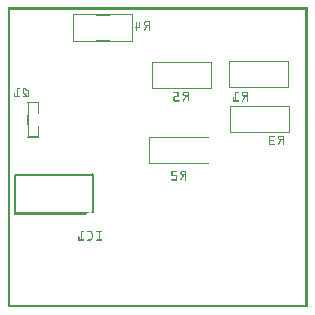
<source format=gbo>
G04 MADE WITH FRITZING*
G04 WWW.FRITZING.ORG*
G04 DOUBLE SIDED*
G04 HOLES PLATED*
G04 CONTOUR ON CENTER OF CONTOUR VECTOR*
%ASAXBY*%
%FSLAX23Y23*%
%MOIN*%
%OFA0B0*%
%SFA1.0B1.0*%
%ADD10C,0.008000*%
%ADD11R,0.001000X0.001000*%
%LNSILK0*%
G90*
G70*
G54D10*
X284Y443D02*
X26Y443D01*
D02*
X26Y443D02*
X26Y313D01*
G54D11*
X0Y1000D02*
X999Y1000D01*
X0Y999D02*
X999Y999D01*
X0Y998D02*
X999Y998D01*
X0Y997D02*
X999Y997D01*
X0Y996D02*
X999Y996D01*
X0Y995D02*
X999Y995D01*
X0Y994D02*
X999Y994D01*
X0Y993D02*
X999Y993D01*
X0Y992D02*
X7Y992D01*
X992Y992D02*
X999Y992D01*
X0Y991D02*
X7Y991D01*
X992Y991D02*
X999Y991D01*
X0Y990D02*
X7Y990D01*
X992Y990D02*
X999Y990D01*
X0Y989D02*
X7Y989D01*
X992Y989D02*
X999Y989D01*
X0Y988D02*
X7Y988D01*
X992Y988D02*
X999Y988D01*
X0Y987D02*
X7Y987D01*
X992Y987D02*
X999Y987D01*
X0Y986D02*
X7Y986D01*
X992Y986D02*
X999Y986D01*
X0Y985D02*
X7Y985D01*
X992Y985D02*
X999Y985D01*
X0Y984D02*
X7Y984D01*
X992Y984D02*
X999Y984D01*
X0Y983D02*
X7Y983D01*
X992Y983D02*
X999Y983D01*
X0Y982D02*
X7Y982D01*
X992Y982D02*
X999Y982D01*
X0Y981D02*
X7Y981D01*
X992Y981D02*
X999Y981D01*
X0Y980D02*
X7Y980D01*
X992Y980D02*
X999Y980D01*
X0Y979D02*
X7Y979D01*
X992Y979D02*
X999Y979D01*
X0Y978D02*
X7Y978D01*
X992Y978D02*
X999Y978D01*
X0Y977D02*
X7Y977D01*
X218Y977D02*
X418Y977D01*
X992Y977D02*
X999Y977D01*
X0Y976D02*
X7Y976D01*
X218Y976D02*
X418Y976D01*
X992Y976D02*
X999Y976D01*
X0Y975D02*
X7Y975D01*
X218Y975D02*
X418Y975D01*
X992Y975D02*
X999Y975D01*
X0Y974D02*
X7Y974D01*
X218Y974D02*
X220Y974D01*
X294Y974D02*
X342Y974D01*
X416Y974D02*
X418Y974D01*
X992Y974D02*
X999Y974D01*
X0Y973D02*
X7Y973D01*
X218Y973D02*
X220Y973D01*
X416Y973D02*
X418Y973D01*
X992Y973D02*
X999Y973D01*
X0Y972D02*
X7Y972D01*
X218Y972D02*
X220Y972D01*
X416Y972D02*
X418Y972D01*
X992Y972D02*
X999Y972D01*
X0Y971D02*
X7Y971D01*
X218Y971D02*
X220Y971D01*
X416Y971D02*
X418Y971D01*
X992Y971D02*
X999Y971D01*
X0Y970D02*
X7Y970D01*
X218Y970D02*
X220Y970D01*
X416Y970D02*
X418Y970D01*
X992Y970D02*
X999Y970D01*
X0Y969D02*
X7Y969D01*
X218Y969D02*
X220Y969D01*
X416Y969D02*
X418Y969D01*
X992Y969D02*
X999Y969D01*
X0Y968D02*
X7Y968D01*
X218Y968D02*
X220Y968D01*
X416Y968D02*
X418Y968D01*
X992Y968D02*
X999Y968D01*
X0Y967D02*
X7Y967D01*
X218Y967D02*
X220Y967D01*
X416Y967D02*
X418Y967D01*
X992Y967D02*
X999Y967D01*
X0Y966D02*
X7Y966D01*
X218Y966D02*
X220Y966D01*
X416Y966D02*
X418Y966D01*
X992Y966D02*
X999Y966D01*
X0Y965D02*
X7Y965D01*
X218Y965D02*
X220Y965D01*
X416Y965D02*
X418Y965D01*
X992Y965D02*
X999Y965D01*
X0Y964D02*
X7Y964D01*
X218Y964D02*
X220Y964D01*
X416Y964D02*
X418Y964D01*
X992Y964D02*
X999Y964D01*
X0Y963D02*
X7Y963D01*
X218Y963D02*
X220Y963D01*
X416Y963D02*
X418Y963D01*
X992Y963D02*
X999Y963D01*
X0Y962D02*
X7Y962D01*
X218Y962D02*
X220Y962D01*
X416Y962D02*
X418Y962D01*
X992Y962D02*
X999Y962D01*
X0Y961D02*
X7Y961D01*
X218Y961D02*
X220Y961D01*
X416Y961D02*
X418Y961D01*
X992Y961D02*
X999Y961D01*
X0Y960D02*
X7Y960D01*
X218Y960D02*
X220Y960D01*
X416Y960D02*
X418Y960D01*
X992Y960D02*
X999Y960D01*
X0Y959D02*
X7Y959D01*
X218Y959D02*
X220Y959D01*
X416Y959D02*
X418Y959D01*
X992Y959D02*
X999Y959D01*
X0Y958D02*
X7Y958D01*
X218Y958D02*
X220Y958D01*
X416Y958D02*
X418Y958D01*
X992Y958D02*
X999Y958D01*
X0Y957D02*
X7Y957D01*
X218Y957D02*
X220Y957D01*
X416Y957D02*
X418Y957D01*
X992Y957D02*
X999Y957D01*
X0Y956D02*
X7Y956D01*
X218Y956D02*
X220Y956D01*
X416Y956D02*
X418Y956D01*
X992Y956D02*
X999Y956D01*
X0Y955D02*
X7Y955D01*
X218Y955D02*
X220Y955D01*
X416Y955D02*
X418Y955D01*
X992Y955D02*
X999Y955D01*
X0Y954D02*
X7Y954D01*
X218Y954D02*
X220Y954D01*
X416Y954D02*
X418Y954D01*
X440Y954D02*
X441Y954D01*
X458Y954D02*
X473Y954D01*
X992Y954D02*
X999Y954D01*
X0Y953D02*
X7Y953D01*
X218Y953D02*
X220Y953D01*
X416Y953D02*
X418Y953D01*
X439Y953D02*
X442Y953D01*
X456Y953D02*
X473Y953D01*
X992Y953D02*
X999Y953D01*
X0Y952D02*
X7Y952D01*
X218Y952D02*
X220Y952D01*
X416Y952D02*
X418Y952D01*
X439Y952D02*
X442Y952D01*
X455Y952D02*
X473Y952D01*
X992Y952D02*
X999Y952D01*
X0Y951D02*
X7Y951D01*
X218Y951D02*
X220Y951D01*
X416Y951D02*
X418Y951D01*
X439Y951D02*
X442Y951D01*
X455Y951D02*
X473Y951D01*
X992Y951D02*
X999Y951D01*
X0Y950D02*
X7Y950D01*
X218Y950D02*
X220Y950D01*
X416Y950D02*
X418Y950D01*
X427Y950D02*
X429Y950D01*
X439Y950D02*
X442Y950D01*
X454Y950D02*
X459Y950D01*
X470Y950D02*
X473Y950D01*
X992Y950D02*
X999Y950D01*
X0Y949D02*
X7Y949D01*
X218Y949D02*
X220Y949D01*
X416Y949D02*
X418Y949D01*
X427Y949D02*
X430Y949D01*
X439Y949D02*
X442Y949D01*
X454Y949D02*
X457Y949D01*
X470Y949D02*
X473Y949D01*
X992Y949D02*
X999Y949D01*
X0Y948D02*
X7Y948D01*
X218Y948D02*
X220Y948D01*
X416Y948D02*
X418Y948D01*
X427Y948D02*
X430Y948D01*
X439Y948D02*
X442Y948D01*
X454Y948D02*
X457Y948D01*
X470Y948D02*
X473Y948D01*
X992Y948D02*
X999Y948D01*
X0Y947D02*
X7Y947D01*
X218Y947D02*
X220Y947D01*
X416Y947D02*
X418Y947D01*
X427Y947D02*
X430Y947D01*
X439Y947D02*
X442Y947D01*
X454Y947D02*
X457Y947D01*
X470Y947D02*
X473Y947D01*
X992Y947D02*
X999Y947D01*
X0Y946D02*
X7Y946D01*
X218Y946D02*
X220Y946D01*
X416Y946D02*
X418Y946D01*
X427Y946D02*
X430Y946D01*
X439Y946D02*
X442Y946D01*
X454Y946D02*
X457Y946D01*
X470Y946D02*
X473Y946D01*
X992Y946D02*
X999Y946D01*
X0Y945D02*
X7Y945D01*
X218Y945D02*
X220Y945D01*
X416Y945D02*
X418Y945D01*
X427Y945D02*
X430Y945D01*
X439Y945D02*
X442Y945D01*
X454Y945D02*
X457Y945D01*
X470Y945D02*
X473Y945D01*
X992Y945D02*
X999Y945D01*
X0Y944D02*
X7Y944D01*
X218Y944D02*
X220Y944D01*
X416Y944D02*
X418Y944D01*
X427Y944D02*
X430Y944D01*
X439Y944D02*
X442Y944D01*
X454Y944D02*
X458Y944D01*
X470Y944D02*
X473Y944D01*
X992Y944D02*
X999Y944D01*
X0Y943D02*
X7Y943D01*
X218Y943D02*
X220Y943D01*
X416Y943D02*
X418Y943D01*
X427Y943D02*
X430Y943D01*
X439Y943D02*
X442Y943D01*
X454Y943D02*
X473Y943D01*
X992Y943D02*
X999Y943D01*
X0Y942D02*
X7Y942D01*
X218Y942D02*
X220Y942D01*
X416Y942D02*
X418Y942D01*
X427Y942D02*
X430Y942D01*
X439Y942D02*
X442Y942D01*
X455Y942D02*
X473Y942D01*
X992Y942D02*
X999Y942D01*
X0Y941D02*
X7Y941D01*
X218Y941D02*
X220Y941D01*
X416Y941D02*
X418Y941D01*
X427Y941D02*
X430Y941D01*
X439Y941D02*
X442Y941D01*
X456Y941D02*
X473Y941D01*
X992Y941D02*
X999Y941D01*
X0Y940D02*
X7Y940D01*
X218Y940D02*
X220Y940D01*
X416Y940D02*
X418Y940D01*
X427Y940D02*
X430Y940D01*
X439Y940D02*
X442Y940D01*
X458Y940D02*
X473Y940D01*
X992Y940D02*
X999Y940D01*
X0Y939D02*
X7Y939D01*
X218Y939D02*
X220Y939D01*
X416Y939D02*
X418Y939D01*
X427Y939D02*
X430Y939D01*
X439Y939D02*
X442Y939D01*
X462Y939D02*
X466Y939D01*
X470Y939D02*
X473Y939D01*
X992Y939D02*
X999Y939D01*
X0Y938D02*
X7Y938D01*
X218Y938D02*
X220Y938D01*
X416Y938D02*
X418Y938D01*
X427Y938D02*
X430Y938D01*
X439Y938D02*
X442Y938D01*
X462Y938D02*
X465Y938D01*
X470Y938D02*
X473Y938D01*
X992Y938D02*
X999Y938D01*
X0Y937D02*
X7Y937D01*
X218Y937D02*
X220Y937D01*
X416Y937D02*
X418Y937D01*
X427Y937D02*
X430Y937D01*
X439Y937D02*
X442Y937D01*
X461Y937D02*
X465Y937D01*
X470Y937D02*
X473Y937D01*
X992Y937D02*
X999Y937D01*
X0Y936D02*
X7Y936D01*
X218Y936D02*
X220Y936D01*
X416Y936D02*
X418Y936D01*
X425Y936D02*
X442Y936D01*
X460Y936D02*
X464Y936D01*
X470Y936D02*
X473Y936D01*
X992Y936D02*
X999Y936D01*
X0Y935D02*
X7Y935D01*
X218Y935D02*
X220Y935D01*
X416Y935D02*
X418Y935D01*
X425Y935D02*
X442Y935D01*
X460Y935D02*
X464Y935D01*
X470Y935D02*
X473Y935D01*
X992Y935D02*
X999Y935D01*
X0Y934D02*
X7Y934D01*
X218Y934D02*
X220Y934D01*
X416Y934D02*
X418Y934D01*
X425Y934D02*
X442Y934D01*
X459Y934D02*
X463Y934D01*
X470Y934D02*
X473Y934D01*
X992Y934D02*
X999Y934D01*
X0Y933D02*
X7Y933D01*
X218Y933D02*
X220Y933D01*
X416Y933D02*
X418Y933D01*
X425Y933D02*
X442Y933D01*
X459Y933D02*
X462Y933D01*
X470Y933D02*
X473Y933D01*
X992Y933D02*
X999Y933D01*
X0Y932D02*
X7Y932D01*
X218Y932D02*
X220Y932D01*
X416Y932D02*
X418Y932D01*
X427Y932D02*
X430Y932D01*
X458Y932D02*
X462Y932D01*
X470Y932D02*
X473Y932D01*
X992Y932D02*
X999Y932D01*
X0Y931D02*
X7Y931D01*
X218Y931D02*
X220Y931D01*
X416Y931D02*
X418Y931D01*
X427Y931D02*
X430Y931D01*
X457Y931D02*
X461Y931D01*
X470Y931D02*
X473Y931D01*
X992Y931D02*
X999Y931D01*
X0Y930D02*
X7Y930D01*
X218Y930D02*
X220Y930D01*
X416Y930D02*
X418Y930D01*
X427Y930D02*
X430Y930D01*
X457Y930D02*
X461Y930D01*
X470Y930D02*
X473Y930D01*
X992Y930D02*
X999Y930D01*
X0Y929D02*
X7Y929D01*
X218Y929D02*
X220Y929D01*
X416Y929D02*
X418Y929D01*
X427Y929D02*
X430Y929D01*
X456Y929D02*
X460Y929D01*
X470Y929D02*
X473Y929D01*
X992Y929D02*
X999Y929D01*
X0Y928D02*
X7Y928D01*
X218Y928D02*
X220Y928D01*
X416Y928D02*
X418Y928D01*
X427Y928D02*
X430Y928D01*
X456Y928D02*
X460Y928D01*
X470Y928D02*
X473Y928D01*
X992Y928D02*
X999Y928D01*
X0Y927D02*
X7Y927D01*
X218Y927D02*
X220Y927D01*
X416Y927D02*
X418Y927D01*
X427Y927D02*
X430Y927D01*
X455Y927D02*
X459Y927D01*
X470Y927D02*
X473Y927D01*
X992Y927D02*
X999Y927D01*
X0Y926D02*
X7Y926D01*
X218Y926D02*
X220Y926D01*
X416Y926D02*
X418Y926D01*
X427Y926D02*
X430Y926D01*
X454Y926D02*
X458Y926D01*
X470Y926D02*
X473Y926D01*
X992Y926D02*
X999Y926D01*
X0Y925D02*
X7Y925D01*
X218Y925D02*
X220Y925D01*
X416Y925D02*
X418Y925D01*
X427Y925D02*
X430Y925D01*
X454Y925D02*
X458Y925D01*
X470Y925D02*
X473Y925D01*
X992Y925D02*
X999Y925D01*
X0Y924D02*
X7Y924D01*
X218Y924D02*
X220Y924D01*
X416Y924D02*
X418Y924D01*
X427Y924D02*
X430Y924D01*
X454Y924D02*
X457Y924D01*
X470Y924D02*
X473Y924D01*
X992Y924D02*
X999Y924D01*
X0Y923D02*
X7Y923D01*
X218Y923D02*
X220Y923D01*
X416Y923D02*
X418Y923D01*
X427Y923D02*
X430Y923D01*
X454Y923D02*
X457Y923D01*
X470Y923D02*
X473Y923D01*
X992Y923D02*
X999Y923D01*
X0Y922D02*
X7Y922D01*
X218Y922D02*
X220Y922D01*
X416Y922D02*
X418Y922D01*
X428Y922D02*
X428Y922D01*
X455Y922D02*
X456Y922D01*
X471Y922D02*
X472Y922D01*
X992Y922D02*
X999Y922D01*
X0Y921D02*
X7Y921D01*
X218Y921D02*
X220Y921D01*
X416Y921D02*
X418Y921D01*
X992Y921D02*
X999Y921D01*
X0Y920D02*
X7Y920D01*
X218Y920D02*
X220Y920D01*
X416Y920D02*
X418Y920D01*
X992Y920D02*
X999Y920D01*
X0Y919D02*
X7Y919D01*
X218Y919D02*
X220Y919D01*
X416Y919D02*
X418Y919D01*
X992Y919D02*
X999Y919D01*
X0Y918D02*
X7Y918D01*
X218Y918D02*
X220Y918D01*
X416Y918D02*
X418Y918D01*
X992Y918D02*
X999Y918D01*
X0Y917D02*
X7Y917D01*
X218Y917D02*
X220Y917D01*
X416Y917D02*
X418Y917D01*
X992Y917D02*
X999Y917D01*
X0Y916D02*
X7Y916D01*
X218Y916D02*
X220Y916D01*
X416Y916D02*
X418Y916D01*
X992Y916D02*
X999Y916D01*
X0Y915D02*
X7Y915D01*
X218Y915D02*
X220Y915D01*
X416Y915D02*
X418Y915D01*
X992Y915D02*
X999Y915D01*
X0Y914D02*
X7Y914D01*
X218Y914D02*
X220Y914D01*
X416Y914D02*
X418Y914D01*
X992Y914D02*
X999Y914D01*
X0Y913D02*
X7Y913D01*
X218Y913D02*
X220Y913D01*
X416Y913D02*
X418Y913D01*
X992Y913D02*
X999Y913D01*
X0Y912D02*
X7Y912D01*
X218Y912D02*
X220Y912D01*
X416Y912D02*
X418Y912D01*
X992Y912D02*
X999Y912D01*
X0Y911D02*
X7Y911D01*
X218Y911D02*
X220Y911D01*
X416Y911D02*
X418Y911D01*
X992Y911D02*
X999Y911D01*
X0Y910D02*
X7Y910D01*
X218Y910D02*
X220Y910D01*
X416Y910D02*
X418Y910D01*
X992Y910D02*
X999Y910D01*
X0Y909D02*
X7Y909D01*
X218Y909D02*
X220Y909D01*
X416Y909D02*
X418Y909D01*
X992Y909D02*
X999Y909D01*
X0Y908D02*
X7Y908D01*
X218Y908D02*
X220Y908D01*
X416Y908D02*
X418Y908D01*
X992Y908D02*
X999Y908D01*
X0Y907D02*
X7Y907D01*
X218Y907D02*
X220Y907D01*
X416Y907D02*
X418Y907D01*
X992Y907D02*
X999Y907D01*
X0Y906D02*
X7Y906D01*
X218Y906D02*
X220Y906D01*
X416Y906D02*
X418Y906D01*
X992Y906D02*
X999Y906D01*
X0Y905D02*
X7Y905D01*
X218Y905D02*
X220Y905D01*
X416Y905D02*
X418Y905D01*
X992Y905D02*
X999Y905D01*
X0Y904D02*
X7Y904D01*
X218Y904D02*
X220Y904D01*
X416Y904D02*
X418Y904D01*
X992Y904D02*
X999Y904D01*
X0Y903D02*
X7Y903D01*
X218Y903D02*
X220Y903D01*
X416Y903D02*
X418Y903D01*
X992Y903D02*
X999Y903D01*
X0Y902D02*
X7Y902D01*
X218Y902D02*
X220Y902D01*
X416Y902D02*
X418Y902D01*
X992Y902D02*
X999Y902D01*
X0Y901D02*
X7Y901D01*
X218Y901D02*
X220Y901D01*
X416Y901D02*
X418Y901D01*
X992Y901D02*
X999Y901D01*
X0Y900D02*
X7Y900D01*
X218Y900D02*
X220Y900D01*
X416Y900D02*
X418Y900D01*
X992Y900D02*
X999Y900D01*
X0Y899D02*
X7Y899D01*
X218Y899D02*
X220Y899D01*
X416Y899D02*
X418Y899D01*
X992Y899D02*
X999Y899D01*
X0Y898D02*
X7Y898D01*
X218Y898D02*
X220Y898D01*
X416Y898D02*
X418Y898D01*
X992Y898D02*
X999Y898D01*
X0Y897D02*
X7Y897D01*
X218Y897D02*
X220Y897D01*
X416Y897D02*
X418Y897D01*
X992Y897D02*
X999Y897D01*
X0Y896D02*
X7Y896D01*
X218Y896D02*
X220Y896D01*
X416Y896D02*
X418Y896D01*
X992Y896D02*
X999Y896D01*
X0Y895D02*
X7Y895D01*
X218Y895D02*
X220Y895D01*
X416Y895D02*
X418Y895D01*
X992Y895D02*
X999Y895D01*
X0Y894D02*
X7Y894D01*
X218Y894D02*
X220Y894D01*
X416Y894D02*
X418Y894D01*
X992Y894D02*
X999Y894D01*
X0Y893D02*
X7Y893D01*
X218Y893D02*
X220Y893D01*
X416Y893D02*
X418Y893D01*
X992Y893D02*
X999Y893D01*
X0Y892D02*
X7Y892D01*
X218Y892D02*
X220Y892D01*
X416Y892D02*
X418Y892D01*
X992Y892D02*
X999Y892D01*
X0Y891D02*
X7Y891D01*
X218Y891D02*
X220Y891D01*
X416Y891D02*
X418Y891D01*
X992Y891D02*
X999Y891D01*
X0Y890D02*
X7Y890D01*
X218Y890D02*
X220Y890D01*
X294Y890D02*
X342Y890D01*
X416Y890D02*
X418Y890D01*
X992Y890D02*
X999Y890D01*
X0Y889D02*
X7Y889D01*
X218Y889D02*
X418Y889D01*
X992Y889D02*
X999Y889D01*
X0Y888D02*
X7Y888D01*
X218Y888D02*
X418Y888D01*
X992Y888D02*
X999Y888D01*
X0Y887D02*
X7Y887D01*
X218Y887D02*
X418Y887D01*
X992Y887D02*
X999Y887D01*
X0Y886D02*
X7Y886D01*
X992Y886D02*
X999Y886D01*
X0Y885D02*
X7Y885D01*
X992Y885D02*
X999Y885D01*
X0Y884D02*
X7Y884D01*
X992Y884D02*
X999Y884D01*
X0Y883D02*
X7Y883D01*
X992Y883D02*
X999Y883D01*
X0Y882D02*
X7Y882D01*
X992Y882D02*
X999Y882D01*
X0Y881D02*
X7Y881D01*
X992Y881D02*
X999Y881D01*
X0Y880D02*
X7Y880D01*
X992Y880D02*
X999Y880D01*
X0Y879D02*
X7Y879D01*
X992Y879D02*
X999Y879D01*
X0Y878D02*
X7Y878D01*
X992Y878D02*
X999Y878D01*
X0Y877D02*
X7Y877D01*
X992Y877D02*
X999Y877D01*
X0Y876D02*
X7Y876D01*
X992Y876D02*
X999Y876D01*
X0Y875D02*
X7Y875D01*
X992Y875D02*
X999Y875D01*
X0Y874D02*
X7Y874D01*
X992Y874D02*
X999Y874D01*
X0Y873D02*
X7Y873D01*
X992Y873D02*
X999Y873D01*
X0Y872D02*
X7Y872D01*
X992Y872D02*
X999Y872D01*
X0Y871D02*
X7Y871D01*
X992Y871D02*
X999Y871D01*
X0Y870D02*
X7Y870D01*
X992Y870D02*
X999Y870D01*
X0Y869D02*
X7Y869D01*
X992Y869D02*
X999Y869D01*
X0Y868D02*
X7Y868D01*
X992Y868D02*
X999Y868D01*
X0Y867D02*
X7Y867D01*
X992Y867D02*
X999Y867D01*
X0Y866D02*
X7Y866D01*
X992Y866D02*
X999Y866D01*
X0Y865D02*
X7Y865D01*
X992Y865D02*
X999Y865D01*
X0Y864D02*
X7Y864D01*
X992Y864D02*
X999Y864D01*
X0Y863D02*
X7Y863D01*
X992Y863D02*
X999Y863D01*
X0Y862D02*
X7Y862D01*
X992Y862D02*
X999Y862D01*
X0Y861D02*
X7Y861D01*
X992Y861D02*
X999Y861D01*
X0Y860D02*
X7Y860D01*
X992Y860D02*
X999Y860D01*
X0Y859D02*
X7Y859D01*
X992Y859D02*
X999Y859D01*
X0Y858D02*
X7Y858D01*
X992Y858D02*
X999Y858D01*
X0Y857D02*
X7Y857D01*
X992Y857D02*
X999Y857D01*
X0Y856D02*
X7Y856D01*
X992Y856D02*
X999Y856D01*
X0Y855D02*
X7Y855D01*
X992Y855D02*
X999Y855D01*
X0Y854D02*
X7Y854D01*
X992Y854D02*
X999Y854D01*
X0Y853D02*
X7Y853D01*
X992Y853D02*
X999Y853D01*
X0Y852D02*
X7Y852D01*
X992Y852D02*
X999Y852D01*
X0Y851D02*
X7Y851D01*
X992Y851D02*
X999Y851D01*
X0Y850D02*
X7Y850D01*
X992Y850D02*
X999Y850D01*
X0Y849D02*
X7Y849D01*
X992Y849D02*
X999Y849D01*
X0Y848D02*
X7Y848D01*
X992Y848D02*
X999Y848D01*
X0Y847D02*
X7Y847D01*
X992Y847D02*
X999Y847D01*
X0Y846D02*
X7Y846D01*
X992Y846D02*
X999Y846D01*
X0Y845D02*
X7Y845D01*
X992Y845D02*
X999Y845D01*
X0Y844D02*
X7Y844D01*
X992Y844D02*
X999Y844D01*
X0Y843D02*
X7Y843D01*
X992Y843D02*
X999Y843D01*
X0Y842D02*
X7Y842D01*
X992Y842D02*
X999Y842D01*
X0Y841D02*
X7Y841D01*
X992Y841D02*
X999Y841D01*
X0Y840D02*
X7Y840D01*
X992Y840D02*
X999Y840D01*
X0Y839D02*
X7Y839D01*
X992Y839D02*
X999Y839D01*
X0Y838D02*
X7Y838D01*
X992Y838D02*
X999Y838D01*
X0Y837D02*
X7Y837D01*
X992Y837D02*
X999Y837D01*
X0Y836D02*
X7Y836D01*
X992Y836D02*
X999Y836D01*
X0Y835D02*
X7Y835D01*
X992Y835D02*
X999Y835D01*
X0Y834D02*
X7Y834D01*
X992Y834D02*
X999Y834D01*
X0Y833D02*
X7Y833D01*
X992Y833D02*
X999Y833D01*
X0Y832D02*
X7Y832D01*
X992Y832D02*
X999Y832D01*
X0Y831D02*
X7Y831D01*
X992Y831D02*
X999Y831D01*
X0Y830D02*
X7Y830D01*
X992Y830D02*
X999Y830D01*
X0Y829D02*
X7Y829D01*
X992Y829D02*
X999Y829D01*
X0Y828D02*
X7Y828D01*
X992Y828D02*
X999Y828D01*
X0Y827D02*
X7Y827D01*
X992Y827D02*
X999Y827D01*
X0Y826D02*
X7Y826D01*
X992Y826D02*
X999Y826D01*
X0Y825D02*
X7Y825D01*
X992Y825D02*
X999Y825D01*
X0Y824D02*
X7Y824D01*
X992Y824D02*
X999Y824D01*
X0Y823D02*
X7Y823D01*
X992Y823D02*
X999Y823D01*
X0Y822D02*
X7Y822D01*
X992Y822D02*
X999Y822D01*
X0Y821D02*
X7Y821D01*
X738Y821D02*
X937Y821D01*
X992Y821D02*
X999Y821D01*
X0Y820D02*
X7Y820D01*
X738Y820D02*
X937Y820D01*
X992Y820D02*
X999Y820D01*
X0Y819D02*
X7Y819D01*
X481Y819D02*
X681Y819D01*
X738Y819D02*
X937Y819D01*
X992Y819D02*
X999Y819D01*
X0Y818D02*
X7Y818D01*
X481Y818D02*
X681Y818D01*
X738Y818D02*
X739Y818D01*
X813Y818D02*
X861Y818D01*
X935Y818D02*
X937Y818D01*
X992Y818D02*
X999Y818D01*
X0Y817D02*
X7Y817D01*
X481Y817D02*
X681Y817D01*
X738Y817D02*
X739Y817D01*
X935Y817D02*
X937Y817D01*
X992Y817D02*
X999Y817D01*
X0Y816D02*
X7Y816D01*
X481Y816D02*
X483Y816D01*
X557Y816D02*
X605Y816D01*
X679Y816D02*
X681Y816D01*
X738Y816D02*
X739Y816D01*
X935Y816D02*
X937Y816D01*
X992Y816D02*
X999Y816D01*
X0Y815D02*
X7Y815D01*
X481Y815D02*
X483Y815D01*
X679Y815D02*
X681Y815D01*
X738Y815D02*
X739Y815D01*
X935Y815D02*
X937Y815D01*
X992Y815D02*
X999Y815D01*
X0Y814D02*
X7Y814D01*
X481Y814D02*
X483Y814D01*
X679Y814D02*
X681Y814D01*
X738Y814D02*
X739Y814D01*
X935Y814D02*
X937Y814D01*
X992Y814D02*
X999Y814D01*
X0Y813D02*
X7Y813D01*
X481Y813D02*
X483Y813D01*
X679Y813D02*
X681Y813D01*
X738Y813D02*
X739Y813D01*
X935Y813D02*
X937Y813D01*
X992Y813D02*
X999Y813D01*
X0Y812D02*
X7Y812D01*
X481Y812D02*
X483Y812D01*
X679Y812D02*
X681Y812D01*
X738Y812D02*
X739Y812D01*
X935Y812D02*
X937Y812D01*
X992Y812D02*
X999Y812D01*
X0Y811D02*
X7Y811D01*
X481Y811D02*
X483Y811D01*
X679Y811D02*
X681Y811D01*
X738Y811D02*
X739Y811D01*
X935Y811D02*
X937Y811D01*
X992Y811D02*
X999Y811D01*
X0Y810D02*
X7Y810D01*
X481Y810D02*
X483Y810D01*
X679Y810D02*
X681Y810D01*
X738Y810D02*
X739Y810D01*
X935Y810D02*
X937Y810D01*
X992Y810D02*
X999Y810D01*
X0Y809D02*
X7Y809D01*
X481Y809D02*
X483Y809D01*
X679Y809D02*
X681Y809D01*
X738Y809D02*
X739Y809D01*
X935Y809D02*
X937Y809D01*
X992Y809D02*
X999Y809D01*
X0Y808D02*
X7Y808D01*
X481Y808D02*
X483Y808D01*
X679Y808D02*
X681Y808D01*
X738Y808D02*
X739Y808D01*
X935Y808D02*
X937Y808D01*
X992Y808D02*
X999Y808D01*
X0Y807D02*
X7Y807D01*
X481Y807D02*
X483Y807D01*
X679Y807D02*
X681Y807D01*
X738Y807D02*
X739Y807D01*
X935Y807D02*
X937Y807D01*
X992Y807D02*
X999Y807D01*
X0Y806D02*
X7Y806D01*
X481Y806D02*
X483Y806D01*
X679Y806D02*
X681Y806D01*
X738Y806D02*
X739Y806D01*
X935Y806D02*
X937Y806D01*
X992Y806D02*
X999Y806D01*
X0Y805D02*
X7Y805D01*
X481Y805D02*
X483Y805D01*
X679Y805D02*
X681Y805D01*
X738Y805D02*
X739Y805D01*
X935Y805D02*
X937Y805D01*
X992Y805D02*
X999Y805D01*
X0Y804D02*
X7Y804D01*
X481Y804D02*
X483Y804D01*
X679Y804D02*
X681Y804D01*
X738Y804D02*
X739Y804D01*
X935Y804D02*
X937Y804D01*
X992Y804D02*
X999Y804D01*
X0Y803D02*
X7Y803D01*
X481Y803D02*
X483Y803D01*
X679Y803D02*
X681Y803D01*
X738Y803D02*
X739Y803D01*
X935Y803D02*
X937Y803D01*
X992Y803D02*
X999Y803D01*
X0Y802D02*
X7Y802D01*
X481Y802D02*
X483Y802D01*
X679Y802D02*
X681Y802D01*
X738Y802D02*
X739Y802D01*
X935Y802D02*
X937Y802D01*
X992Y802D02*
X999Y802D01*
X0Y801D02*
X7Y801D01*
X481Y801D02*
X483Y801D01*
X679Y801D02*
X681Y801D01*
X738Y801D02*
X739Y801D01*
X935Y801D02*
X937Y801D01*
X992Y801D02*
X999Y801D01*
X0Y800D02*
X7Y800D01*
X481Y800D02*
X483Y800D01*
X679Y800D02*
X681Y800D01*
X738Y800D02*
X739Y800D01*
X935Y800D02*
X937Y800D01*
X992Y800D02*
X999Y800D01*
X0Y799D02*
X7Y799D01*
X481Y799D02*
X483Y799D01*
X679Y799D02*
X681Y799D01*
X738Y799D02*
X739Y799D01*
X935Y799D02*
X937Y799D01*
X992Y799D02*
X999Y799D01*
X0Y798D02*
X7Y798D01*
X481Y798D02*
X483Y798D01*
X679Y798D02*
X681Y798D01*
X738Y798D02*
X739Y798D01*
X935Y798D02*
X937Y798D01*
X992Y798D02*
X999Y798D01*
X0Y797D02*
X7Y797D01*
X481Y797D02*
X483Y797D01*
X679Y797D02*
X681Y797D01*
X738Y797D02*
X739Y797D01*
X935Y797D02*
X937Y797D01*
X992Y797D02*
X999Y797D01*
X0Y796D02*
X7Y796D01*
X481Y796D02*
X483Y796D01*
X679Y796D02*
X681Y796D01*
X738Y796D02*
X739Y796D01*
X935Y796D02*
X937Y796D01*
X992Y796D02*
X999Y796D01*
X0Y795D02*
X7Y795D01*
X481Y795D02*
X483Y795D01*
X679Y795D02*
X681Y795D01*
X738Y795D02*
X739Y795D01*
X935Y795D02*
X937Y795D01*
X992Y795D02*
X999Y795D01*
X0Y794D02*
X7Y794D01*
X481Y794D02*
X483Y794D01*
X679Y794D02*
X681Y794D01*
X738Y794D02*
X739Y794D01*
X935Y794D02*
X937Y794D01*
X992Y794D02*
X999Y794D01*
X0Y793D02*
X7Y793D01*
X481Y793D02*
X483Y793D01*
X679Y793D02*
X681Y793D01*
X738Y793D02*
X739Y793D01*
X935Y793D02*
X937Y793D01*
X992Y793D02*
X999Y793D01*
X0Y792D02*
X7Y792D01*
X481Y792D02*
X483Y792D01*
X679Y792D02*
X681Y792D01*
X738Y792D02*
X739Y792D01*
X935Y792D02*
X937Y792D01*
X992Y792D02*
X999Y792D01*
X0Y791D02*
X7Y791D01*
X481Y791D02*
X483Y791D01*
X679Y791D02*
X681Y791D01*
X738Y791D02*
X739Y791D01*
X935Y791D02*
X937Y791D01*
X992Y791D02*
X999Y791D01*
X0Y790D02*
X7Y790D01*
X481Y790D02*
X483Y790D01*
X679Y790D02*
X681Y790D01*
X738Y790D02*
X739Y790D01*
X935Y790D02*
X937Y790D01*
X992Y790D02*
X999Y790D01*
X0Y789D02*
X7Y789D01*
X481Y789D02*
X483Y789D01*
X679Y789D02*
X681Y789D01*
X738Y789D02*
X739Y789D01*
X935Y789D02*
X937Y789D01*
X992Y789D02*
X999Y789D01*
X0Y788D02*
X7Y788D01*
X481Y788D02*
X483Y788D01*
X679Y788D02*
X681Y788D01*
X738Y788D02*
X739Y788D01*
X935Y788D02*
X937Y788D01*
X992Y788D02*
X999Y788D01*
X0Y787D02*
X7Y787D01*
X481Y787D02*
X483Y787D01*
X679Y787D02*
X681Y787D01*
X738Y787D02*
X739Y787D01*
X935Y787D02*
X937Y787D01*
X992Y787D02*
X999Y787D01*
X0Y786D02*
X7Y786D01*
X481Y786D02*
X483Y786D01*
X679Y786D02*
X681Y786D01*
X738Y786D02*
X739Y786D01*
X935Y786D02*
X937Y786D01*
X992Y786D02*
X999Y786D01*
X0Y785D02*
X7Y785D01*
X481Y785D02*
X483Y785D01*
X679Y785D02*
X681Y785D01*
X738Y785D02*
X739Y785D01*
X935Y785D02*
X937Y785D01*
X992Y785D02*
X999Y785D01*
X0Y784D02*
X7Y784D01*
X481Y784D02*
X483Y784D01*
X679Y784D02*
X681Y784D01*
X738Y784D02*
X739Y784D01*
X935Y784D02*
X937Y784D01*
X992Y784D02*
X999Y784D01*
X0Y783D02*
X7Y783D01*
X481Y783D02*
X483Y783D01*
X679Y783D02*
X681Y783D01*
X738Y783D02*
X739Y783D01*
X935Y783D02*
X937Y783D01*
X992Y783D02*
X999Y783D01*
X0Y782D02*
X7Y782D01*
X481Y782D02*
X483Y782D01*
X679Y782D02*
X681Y782D01*
X738Y782D02*
X739Y782D01*
X935Y782D02*
X937Y782D01*
X992Y782D02*
X999Y782D01*
X0Y781D02*
X7Y781D01*
X481Y781D02*
X483Y781D01*
X679Y781D02*
X681Y781D01*
X738Y781D02*
X739Y781D01*
X935Y781D02*
X937Y781D01*
X992Y781D02*
X999Y781D01*
X0Y780D02*
X7Y780D01*
X481Y780D02*
X483Y780D01*
X679Y780D02*
X681Y780D01*
X738Y780D02*
X739Y780D01*
X935Y780D02*
X937Y780D01*
X992Y780D02*
X999Y780D01*
X0Y779D02*
X7Y779D01*
X481Y779D02*
X483Y779D01*
X679Y779D02*
X681Y779D01*
X738Y779D02*
X739Y779D01*
X935Y779D02*
X937Y779D01*
X992Y779D02*
X999Y779D01*
X0Y778D02*
X7Y778D01*
X481Y778D02*
X483Y778D01*
X679Y778D02*
X681Y778D01*
X738Y778D02*
X739Y778D01*
X935Y778D02*
X937Y778D01*
X992Y778D02*
X999Y778D01*
X0Y777D02*
X7Y777D01*
X481Y777D02*
X483Y777D01*
X679Y777D02*
X681Y777D01*
X738Y777D02*
X739Y777D01*
X935Y777D02*
X937Y777D01*
X992Y777D02*
X999Y777D01*
X0Y776D02*
X7Y776D01*
X481Y776D02*
X483Y776D01*
X679Y776D02*
X681Y776D01*
X738Y776D02*
X739Y776D01*
X935Y776D02*
X937Y776D01*
X992Y776D02*
X999Y776D01*
X0Y775D02*
X7Y775D01*
X481Y775D02*
X483Y775D01*
X679Y775D02*
X681Y775D01*
X738Y775D02*
X739Y775D01*
X935Y775D02*
X937Y775D01*
X992Y775D02*
X999Y775D01*
X0Y774D02*
X7Y774D01*
X481Y774D02*
X483Y774D01*
X679Y774D02*
X681Y774D01*
X738Y774D02*
X739Y774D01*
X935Y774D02*
X937Y774D01*
X992Y774D02*
X999Y774D01*
X0Y773D02*
X7Y773D01*
X481Y773D02*
X483Y773D01*
X679Y773D02*
X681Y773D01*
X738Y773D02*
X739Y773D01*
X935Y773D02*
X937Y773D01*
X992Y773D02*
X999Y773D01*
X0Y772D02*
X7Y772D01*
X481Y772D02*
X483Y772D01*
X679Y772D02*
X681Y772D01*
X738Y772D02*
X739Y772D01*
X935Y772D02*
X937Y772D01*
X992Y772D02*
X999Y772D01*
X0Y771D02*
X7Y771D01*
X481Y771D02*
X483Y771D01*
X679Y771D02*
X681Y771D01*
X738Y771D02*
X739Y771D01*
X935Y771D02*
X937Y771D01*
X992Y771D02*
X999Y771D01*
X0Y770D02*
X7Y770D01*
X481Y770D02*
X483Y770D01*
X679Y770D02*
X681Y770D01*
X738Y770D02*
X739Y770D01*
X935Y770D02*
X937Y770D01*
X992Y770D02*
X999Y770D01*
X0Y769D02*
X7Y769D01*
X481Y769D02*
X483Y769D01*
X679Y769D02*
X681Y769D01*
X738Y769D02*
X739Y769D01*
X935Y769D02*
X937Y769D01*
X992Y769D02*
X999Y769D01*
X0Y768D02*
X7Y768D01*
X481Y768D02*
X483Y768D01*
X679Y768D02*
X681Y768D01*
X738Y768D02*
X739Y768D01*
X935Y768D02*
X937Y768D01*
X992Y768D02*
X999Y768D01*
X0Y767D02*
X7Y767D01*
X481Y767D02*
X483Y767D01*
X679Y767D02*
X681Y767D01*
X738Y767D02*
X739Y767D01*
X935Y767D02*
X937Y767D01*
X992Y767D02*
X999Y767D01*
X0Y766D02*
X7Y766D01*
X481Y766D02*
X483Y766D01*
X679Y766D02*
X681Y766D01*
X738Y766D02*
X739Y766D01*
X935Y766D02*
X937Y766D01*
X992Y766D02*
X999Y766D01*
X0Y765D02*
X7Y765D01*
X481Y765D02*
X483Y765D01*
X679Y765D02*
X681Y765D01*
X738Y765D02*
X739Y765D01*
X935Y765D02*
X937Y765D01*
X992Y765D02*
X999Y765D01*
X0Y764D02*
X7Y764D01*
X481Y764D02*
X483Y764D01*
X679Y764D02*
X681Y764D01*
X738Y764D02*
X739Y764D01*
X935Y764D02*
X937Y764D01*
X992Y764D02*
X999Y764D01*
X0Y763D02*
X7Y763D01*
X481Y763D02*
X483Y763D01*
X679Y763D02*
X681Y763D01*
X738Y763D02*
X739Y763D01*
X935Y763D02*
X937Y763D01*
X992Y763D02*
X999Y763D01*
X0Y762D02*
X7Y762D01*
X481Y762D02*
X483Y762D01*
X679Y762D02*
X681Y762D01*
X738Y762D02*
X739Y762D01*
X935Y762D02*
X937Y762D01*
X992Y762D02*
X999Y762D01*
X0Y761D02*
X7Y761D01*
X481Y761D02*
X483Y761D01*
X679Y761D02*
X681Y761D01*
X738Y761D02*
X739Y761D01*
X935Y761D02*
X937Y761D01*
X992Y761D02*
X999Y761D01*
X0Y760D02*
X7Y760D01*
X481Y760D02*
X483Y760D01*
X679Y760D02*
X681Y760D01*
X738Y760D02*
X739Y760D01*
X935Y760D02*
X937Y760D01*
X992Y760D02*
X999Y760D01*
X0Y759D02*
X7Y759D01*
X481Y759D02*
X483Y759D01*
X679Y759D02*
X681Y759D01*
X738Y759D02*
X739Y759D01*
X935Y759D02*
X937Y759D01*
X992Y759D02*
X999Y759D01*
X0Y758D02*
X7Y758D01*
X481Y758D02*
X483Y758D01*
X679Y758D02*
X681Y758D01*
X738Y758D02*
X739Y758D01*
X935Y758D02*
X937Y758D01*
X992Y758D02*
X999Y758D01*
X0Y757D02*
X7Y757D01*
X481Y757D02*
X483Y757D01*
X679Y757D02*
X681Y757D01*
X738Y757D02*
X739Y757D01*
X935Y757D02*
X937Y757D01*
X992Y757D02*
X999Y757D01*
X0Y756D02*
X7Y756D01*
X481Y756D02*
X483Y756D01*
X679Y756D02*
X681Y756D01*
X738Y756D02*
X739Y756D01*
X935Y756D02*
X937Y756D01*
X992Y756D02*
X999Y756D01*
X0Y755D02*
X7Y755D01*
X481Y755D02*
X483Y755D01*
X679Y755D02*
X681Y755D01*
X738Y755D02*
X739Y755D01*
X935Y755D02*
X937Y755D01*
X992Y755D02*
X999Y755D01*
X0Y754D02*
X7Y754D01*
X481Y754D02*
X483Y754D01*
X679Y754D02*
X681Y754D01*
X738Y754D02*
X739Y754D01*
X935Y754D02*
X937Y754D01*
X992Y754D02*
X999Y754D01*
X0Y753D02*
X7Y753D01*
X481Y753D02*
X483Y753D01*
X679Y753D02*
X681Y753D01*
X738Y753D02*
X739Y753D01*
X935Y753D02*
X937Y753D01*
X992Y753D02*
X999Y753D01*
X0Y752D02*
X7Y752D01*
X481Y752D02*
X483Y752D01*
X679Y752D02*
X681Y752D01*
X738Y752D02*
X739Y752D01*
X935Y752D02*
X937Y752D01*
X992Y752D02*
X999Y752D01*
X0Y751D02*
X7Y751D01*
X481Y751D02*
X483Y751D01*
X679Y751D02*
X681Y751D01*
X738Y751D02*
X739Y751D01*
X935Y751D02*
X937Y751D01*
X992Y751D02*
X999Y751D01*
X0Y750D02*
X7Y750D01*
X481Y750D02*
X483Y750D01*
X679Y750D02*
X681Y750D01*
X738Y750D02*
X739Y750D01*
X935Y750D02*
X937Y750D01*
X992Y750D02*
X999Y750D01*
X0Y749D02*
X7Y749D01*
X481Y749D02*
X483Y749D01*
X679Y749D02*
X681Y749D01*
X738Y749D02*
X739Y749D01*
X935Y749D02*
X937Y749D01*
X992Y749D02*
X999Y749D01*
X0Y748D02*
X7Y748D01*
X481Y748D02*
X483Y748D01*
X679Y748D02*
X681Y748D01*
X738Y748D02*
X739Y748D01*
X935Y748D02*
X937Y748D01*
X992Y748D02*
X999Y748D01*
X0Y747D02*
X7Y747D01*
X481Y747D02*
X483Y747D01*
X679Y747D02*
X681Y747D01*
X738Y747D02*
X739Y747D01*
X935Y747D02*
X937Y747D01*
X992Y747D02*
X999Y747D01*
X0Y746D02*
X7Y746D01*
X481Y746D02*
X483Y746D01*
X679Y746D02*
X681Y746D01*
X738Y746D02*
X739Y746D01*
X935Y746D02*
X937Y746D01*
X992Y746D02*
X999Y746D01*
X0Y745D02*
X7Y745D01*
X481Y745D02*
X483Y745D01*
X679Y745D02*
X681Y745D01*
X738Y745D02*
X739Y745D01*
X935Y745D02*
X937Y745D01*
X992Y745D02*
X999Y745D01*
X0Y744D02*
X7Y744D01*
X481Y744D02*
X483Y744D01*
X679Y744D02*
X681Y744D01*
X738Y744D02*
X739Y744D01*
X935Y744D02*
X937Y744D01*
X992Y744D02*
X999Y744D01*
X0Y743D02*
X7Y743D01*
X481Y743D02*
X483Y743D01*
X679Y743D02*
X681Y743D01*
X738Y743D02*
X739Y743D01*
X935Y743D02*
X937Y743D01*
X992Y743D02*
X999Y743D01*
X0Y742D02*
X7Y742D01*
X481Y742D02*
X483Y742D01*
X679Y742D02*
X681Y742D01*
X738Y742D02*
X739Y742D01*
X935Y742D02*
X937Y742D01*
X992Y742D02*
X999Y742D01*
X0Y741D02*
X7Y741D01*
X481Y741D02*
X483Y741D01*
X679Y741D02*
X681Y741D01*
X738Y741D02*
X739Y741D01*
X935Y741D02*
X937Y741D01*
X992Y741D02*
X999Y741D01*
X0Y740D02*
X7Y740D01*
X481Y740D02*
X483Y740D01*
X679Y740D02*
X681Y740D01*
X738Y740D02*
X739Y740D01*
X935Y740D02*
X937Y740D01*
X992Y740D02*
X999Y740D01*
X0Y739D02*
X7Y739D01*
X481Y739D02*
X483Y739D01*
X679Y739D02*
X681Y739D01*
X738Y739D02*
X739Y739D01*
X935Y739D02*
X937Y739D01*
X992Y739D02*
X999Y739D01*
X0Y738D02*
X7Y738D01*
X481Y738D02*
X483Y738D01*
X679Y738D02*
X681Y738D01*
X738Y738D02*
X739Y738D01*
X935Y738D02*
X937Y738D01*
X992Y738D02*
X999Y738D01*
X0Y737D02*
X7Y737D01*
X481Y737D02*
X483Y737D01*
X679Y737D02*
X681Y737D01*
X738Y737D02*
X739Y737D01*
X935Y737D02*
X937Y737D01*
X992Y737D02*
X999Y737D01*
X0Y736D02*
X7Y736D01*
X481Y736D02*
X483Y736D01*
X679Y736D02*
X681Y736D01*
X738Y736D02*
X739Y736D01*
X935Y736D02*
X937Y736D01*
X992Y736D02*
X999Y736D01*
X0Y735D02*
X7Y735D01*
X481Y735D02*
X483Y735D01*
X679Y735D02*
X681Y735D01*
X738Y735D02*
X739Y735D01*
X813Y735D02*
X861Y735D01*
X935Y735D02*
X937Y735D01*
X992Y735D02*
X999Y735D01*
X0Y734D02*
X7Y734D01*
X481Y734D02*
X483Y734D01*
X679Y734D02*
X681Y734D01*
X738Y734D02*
X937Y734D01*
X992Y734D02*
X999Y734D01*
X0Y733D02*
X7Y733D01*
X30Y733D02*
X40Y733D01*
X56Y733D02*
X57Y733D01*
X481Y733D02*
X483Y733D01*
X679Y733D02*
X681Y733D01*
X738Y733D02*
X937Y733D01*
X992Y733D02*
X999Y733D01*
X0Y732D02*
X7Y732D01*
X30Y732D02*
X41Y732D01*
X54Y732D02*
X59Y732D01*
X481Y732D02*
X483Y732D01*
X557Y732D02*
X605Y732D01*
X679Y732D02*
X681Y732D01*
X738Y732D02*
X937Y732D01*
X992Y732D02*
X999Y732D01*
X0Y731D02*
X7Y731D01*
X30Y731D02*
X41Y731D01*
X53Y731D02*
X60Y731D01*
X481Y731D02*
X681Y731D01*
X992Y731D02*
X999Y731D01*
X0Y730D02*
X7Y730D01*
X30Y730D02*
X41Y730D01*
X52Y730D02*
X61Y730D01*
X481Y730D02*
X681Y730D01*
X992Y730D02*
X999Y730D01*
X0Y729D02*
X7Y729D01*
X30Y729D02*
X34Y729D01*
X52Y729D02*
X63Y729D01*
X481Y729D02*
X680Y729D01*
X992Y729D02*
X999Y729D01*
X0Y728D02*
X7Y728D01*
X30Y728D02*
X33Y728D01*
X52Y728D02*
X55Y728D01*
X58Y728D02*
X64Y728D01*
X992Y728D02*
X999Y728D01*
X0Y727D02*
X7Y727D01*
X30Y727D02*
X33Y727D01*
X52Y727D02*
X55Y727D01*
X59Y727D02*
X65Y727D01*
X992Y727D02*
X999Y727D01*
X0Y726D02*
X7Y726D01*
X30Y726D02*
X33Y726D01*
X52Y726D02*
X55Y726D01*
X61Y726D02*
X66Y726D01*
X992Y726D02*
X999Y726D01*
X0Y725D02*
X7Y725D01*
X30Y725D02*
X33Y725D01*
X52Y725D02*
X55Y725D01*
X62Y725D02*
X67Y725D01*
X992Y725D02*
X999Y725D01*
X0Y724D02*
X7Y724D01*
X30Y724D02*
X33Y724D01*
X52Y724D02*
X55Y724D01*
X63Y724D02*
X69Y724D01*
X992Y724D02*
X999Y724D01*
X0Y723D02*
X7Y723D01*
X30Y723D02*
X33Y723D01*
X52Y723D02*
X55Y723D01*
X64Y723D02*
X69Y723D01*
X992Y723D02*
X999Y723D01*
X0Y722D02*
X7Y722D01*
X30Y722D02*
X33Y722D01*
X52Y722D02*
X55Y722D01*
X65Y722D02*
X70Y722D01*
X992Y722D02*
X999Y722D01*
X0Y721D02*
X7Y721D01*
X30Y721D02*
X33Y721D01*
X52Y721D02*
X55Y721D01*
X67Y721D02*
X71Y721D01*
X992Y721D02*
X999Y721D01*
X0Y720D02*
X7Y720D01*
X30Y720D02*
X33Y720D01*
X52Y720D02*
X55Y720D01*
X67Y720D02*
X71Y720D01*
X992Y720D02*
X999Y720D01*
X0Y719D02*
X7Y719D01*
X30Y719D02*
X33Y719D01*
X52Y719D02*
X55Y719D01*
X68Y719D02*
X71Y719D01*
X992Y719D02*
X999Y719D01*
X0Y718D02*
X7Y718D01*
X30Y718D02*
X33Y718D01*
X52Y718D02*
X55Y718D01*
X68Y718D02*
X71Y718D01*
X554Y718D02*
X569Y718D01*
X587Y718D02*
X603Y718D01*
X759Y718D02*
X770Y718D01*
X785Y718D02*
X801Y718D01*
X992Y718D02*
X999Y718D01*
X0Y717D02*
X7Y717D01*
X30Y717D02*
X33Y717D01*
X52Y717D02*
X55Y717D01*
X68Y717D02*
X71Y717D01*
X553Y717D02*
X569Y717D01*
X585Y717D02*
X603Y717D01*
X759Y717D02*
X770Y717D01*
X783Y717D02*
X801Y717D01*
X992Y717D02*
X999Y717D01*
X0Y716D02*
X7Y716D01*
X30Y716D02*
X33Y716D01*
X52Y716D02*
X55Y716D01*
X68Y716D02*
X71Y716D01*
X553Y716D02*
X569Y716D01*
X585Y716D02*
X603Y716D01*
X759Y716D02*
X770Y716D01*
X782Y716D02*
X801Y716D01*
X992Y716D02*
X999Y716D01*
X0Y715D02*
X7Y715D01*
X22Y715D02*
X24Y715D01*
X30Y715D02*
X33Y715D01*
X52Y715D02*
X55Y715D01*
X61Y715D02*
X62Y715D01*
X68Y715D02*
X71Y715D01*
X554Y715D02*
X569Y715D01*
X584Y715D02*
X603Y715D01*
X759Y715D02*
X770Y715D01*
X782Y715D02*
X801Y715D01*
X992Y715D02*
X999Y715D01*
X0Y714D02*
X7Y714D01*
X22Y714D02*
X25Y714D01*
X30Y714D02*
X33Y714D01*
X52Y714D02*
X56Y714D01*
X60Y714D02*
X63Y714D01*
X68Y714D02*
X71Y714D01*
X566Y714D02*
X569Y714D01*
X584Y714D02*
X587Y714D01*
X600Y714D02*
X603Y714D01*
X759Y714D02*
X762Y714D01*
X781Y714D02*
X785Y714D01*
X797Y714D02*
X801Y714D01*
X992Y714D02*
X999Y714D01*
X0Y713D02*
X7Y713D01*
X22Y713D02*
X25Y713D01*
X30Y713D02*
X33Y713D01*
X52Y713D02*
X57Y713D01*
X60Y713D02*
X63Y713D01*
X68Y713D02*
X71Y713D01*
X566Y713D02*
X569Y713D01*
X583Y713D02*
X587Y713D01*
X600Y713D02*
X603Y713D01*
X759Y713D02*
X762Y713D01*
X781Y713D02*
X784Y713D01*
X797Y713D02*
X801Y713D01*
X992Y713D02*
X999Y713D01*
X0Y712D02*
X7Y712D01*
X22Y712D02*
X25Y712D01*
X30Y712D02*
X33Y712D01*
X53Y712D02*
X63Y712D01*
X68Y712D02*
X71Y712D01*
X566Y712D02*
X569Y712D01*
X583Y712D02*
X587Y712D01*
X600Y712D02*
X603Y712D01*
X759Y712D02*
X762Y712D01*
X781Y712D02*
X784Y712D01*
X797Y712D02*
X801Y712D01*
X992Y712D02*
X999Y712D01*
X0Y711D02*
X7Y711D01*
X22Y711D02*
X25Y711D01*
X30Y711D02*
X33Y711D01*
X54Y711D02*
X62Y711D01*
X68Y711D02*
X71Y711D01*
X566Y711D02*
X569Y711D01*
X583Y711D02*
X587Y711D01*
X600Y711D02*
X603Y711D01*
X759Y711D02*
X762Y711D01*
X781Y711D02*
X784Y711D01*
X797Y711D02*
X801Y711D01*
X992Y711D02*
X999Y711D01*
X0Y710D02*
X7Y710D01*
X22Y710D02*
X25Y710D01*
X30Y710D02*
X33Y710D01*
X55Y710D02*
X62Y710D01*
X68Y710D02*
X71Y710D01*
X566Y710D02*
X569Y710D01*
X583Y710D02*
X587Y710D01*
X600Y710D02*
X603Y710D01*
X759Y710D02*
X762Y710D01*
X781Y710D02*
X784Y710D01*
X797Y710D02*
X801Y710D01*
X992Y710D02*
X999Y710D01*
X0Y709D02*
X7Y709D01*
X22Y709D02*
X25Y709D01*
X30Y709D02*
X33Y709D01*
X56Y709D02*
X62Y709D01*
X68Y709D02*
X71Y709D01*
X566Y709D02*
X569Y709D01*
X583Y709D02*
X587Y709D01*
X600Y709D02*
X603Y709D01*
X759Y709D02*
X762Y709D01*
X781Y709D02*
X784Y709D01*
X797Y709D02*
X801Y709D01*
X992Y709D02*
X999Y709D01*
X0Y708D02*
X7Y708D01*
X22Y708D02*
X25Y708D01*
X30Y708D02*
X33Y708D01*
X57Y708D02*
X62Y708D01*
X68Y708D02*
X71Y708D01*
X566Y708D02*
X569Y708D01*
X584Y708D02*
X603Y708D01*
X759Y708D02*
X762Y708D01*
X781Y708D02*
X786Y708D01*
X797Y708D02*
X801Y708D01*
X992Y708D02*
X999Y708D01*
X0Y707D02*
X7Y707D01*
X22Y707D02*
X25Y707D01*
X30Y707D02*
X33Y707D01*
X57Y707D02*
X64Y707D01*
X68Y707D02*
X71Y707D01*
X566Y707D02*
X569Y707D01*
X584Y707D02*
X603Y707D01*
X759Y707D02*
X762Y707D01*
X782Y707D02*
X801Y707D01*
X992Y707D02*
X999Y707D01*
X0Y706D02*
X7Y706D01*
X22Y706D02*
X25Y706D01*
X30Y706D02*
X33Y706D01*
X57Y706D02*
X65Y706D01*
X68Y706D02*
X71Y706D01*
X566Y706D02*
X569Y706D01*
X585Y706D02*
X603Y706D01*
X759Y706D02*
X762Y706D01*
X782Y706D02*
X801Y706D01*
X992Y706D02*
X999Y706D01*
X0Y705D02*
X7Y705D01*
X22Y705D02*
X25Y705D01*
X29Y705D02*
X33Y705D01*
X56Y705D02*
X71Y705D01*
X565Y705D02*
X569Y705D01*
X586Y705D02*
X603Y705D01*
X759Y705D02*
X762Y705D01*
X784Y705D02*
X801Y705D01*
X992Y705D02*
X999Y705D01*
X0Y704D02*
X7Y704D01*
X22Y704D02*
X41Y704D01*
X52Y704D02*
X60Y704D01*
X62Y704D02*
X71Y704D01*
X555Y704D02*
X569Y704D01*
X590Y704D02*
X603Y704D01*
X759Y704D02*
X762Y704D01*
X785Y704D02*
X801Y704D01*
X992Y704D02*
X999Y704D01*
X0Y703D02*
X7Y703D01*
X22Y703D02*
X41Y703D01*
X52Y703D02*
X59Y703D01*
X63Y703D02*
X70Y703D01*
X554Y703D02*
X569Y703D01*
X592Y703D02*
X595Y703D01*
X600Y703D02*
X603Y703D01*
X759Y703D02*
X762Y703D01*
X789Y703D02*
X793Y703D01*
X797Y703D02*
X801Y703D01*
X992Y703D02*
X999Y703D01*
X0Y702D02*
X7Y702D01*
X22Y702D02*
X41Y702D01*
X52Y702D02*
X59Y702D01*
X64Y702D02*
X70Y702D01*
X554Y702D02*
X569Y702D01*
X591Y702D02*
X595Y702D01*
X600Y702D02*
X603Y702D01*
X759Y702D02*
X762Y702D01*
X789Y702D02*
X792Y702D01*
X797Y702D02*
X801Y702D01*
X992Y702D02*
X999Y702D01*
X0Y701D02*
X7Y701D01*
X23Y701D02*
X40Y701D01*
X53Y701D02*
X58Y701D01*
X66Y701D02*
X68Y701D01*
X553Y701D02*
X569Y701D01*
X590Y701D02*
X594Y701D01*
X600Y701D02*
X603Y701D01*
X759Y701D02*
X762Y701D01*
X788Y701D02*
X792Y701D01*
X797Y701D02*
X801Y701D01*
X992Y701D02*
X999Y701D01*
X0Y700D02*
X7Y700D01*
X553Y700D02*
X556Y700D01*
X590Y700D02*
X594Y700D01*
X600Y700D02*
X603Y700D01*
X751Y700D02*
X753Y700D01*
X759Y700D02*
X762Y700D01*
X787Y700D02*
X791Y700D01*
X797Y700D02*
X801Y700D01*
X992Y700D02*
X999Y700D01*
X0Y699D02*
X7Y699D01*
X553Y699D02*
X556Y699D01*
X589Y699D02*
X593Y699D01*
X600Y699D02*
X603Y699D01*
X751Y699D02*
X754Y699D01*
X759Y699D02*
X762Y699D01*
X787Y699D02*
X791Y699D01*
X797Y699D02*
X801Y699D01*
X992Y699D02*
X999Y699D01*
X0Y698D02*
X7Y698D01*
X553Y698D02*
X556Y698D01*
X589Y698D02*
X592Y698D01*
X600Y698D02*
X603Y698D01*
X751Y698D02*
X754Y698D01*
X759Y698D02*
X762Y698D01*
X786Y698D02*
X790Y698D01*
X797Y698D02*
X801Y698D01*
X992Y698D02*
X999Y698D01*
X0Y697D02*
X7Y697D01*
X553Y697D02*
X556Y697D01*
X588Y697D02*
X592Y697D01*
X600Y697D02*
X603Y697D01*
X751Y697D02*
X754Y697D01*
X759Y697D02*
X762Y697D01*
X786Y697D02*
X790Y697D01*
X797Y697D02*
X801Y697D01*
X992Y697D02*
X999Y697D01*
X0Y696D02*
X7Y696D01*
X553Y696D02*
X556Y696D01*
X587Y696D02*
X591Y696D01*
X600Y696D02*
X603Y696D01*
X751Y696D02*
X754Y696D01*
X759Y696D02*
X762Y696D01*
X785Y696D02*
X789Y696D01*
X797Y696D02*
X801Y696D01*
X992Y696D02*
X999Y696D01*
X0Y695D02*
X7Y695D01*
X553Y695D02*
X556Y695D01*
X587Y695D02*
X591Y695D01*
X600Y695D02*
X603Y695D01*
X751Y695D02*
X754Y695D01*
X759Y695D02*
X762Y695D01*
X784Y695D02*
X788Y695D01*
X797Y695D02*
X801Y695D01*
X992Y695D02*
X999Y695D01*
X0Y694D02*
X7Y694D01*
X553Y694D02*
X556Y694D01*
X586Y694D02*
X590Y694D01*
X600Y694D02*
X603Y694D01*
X751Y694D02*
X754Y694D01*
X759Y694D02*
X762Y694D01*
X784Y694D02*
X788Y694D01*
X797Y694D02*
X801Y694D01*
X992Y694D02*
X999Y694D01*
X0Y693D02*
X7Y693D01*
X553Y693D02*
X556Y693D01*
X586Y693D02*
X590Y693D01*
X600Y693D02*
X603Y693D01*
X751Y693D02*
X754Y693D01*
X759Y693D02*
X762Y693D01*
X783Y693D02*
X787Y693D01*
X797Y693D02*
X801Y693D01*
X992Y693D02*
X999Y693D01*
X0Y692D02*
X7Y692D01*
X553Y692D02*
X556Y692D01*
X571Y692D02*
X572Y692D01*
X585Y692D02*
X589Y692D01*
X600Y692D02*
X603Y692D01*
X751Y692D02*
X754Y692D01*
X759Y692D02*
X762Y692D01*
X783Y692D02*
X787Y692D01*
X797Y692D02*
X801Y692D01*
X992Y692D02*
X999Y692D01*
X0Y691D02*
X7Y691D01*
X553Y691D02*
X556Y691D01*
X568Y691D02*
X573Y691D01*
X584Y691D02*
X588Y691D01*
X600Y691D02*
X603Y691D01*
X751Y691D02*
X754Y691D01*
X759Y691D02*
X762Y691D01*
X782Y691D02*
X786Y691D01*
X797Y691D02*
X801Y691D01*
X992Y691D02*
X999Y691D01*
X0Y690D02*
X7Y690D01*
X553Y690D02*
X573Y690D01*
X584Y690D02*
X588Y690D01*
X600Y690D02*
X603Y690D01*
X751Y690D02*
X769Y690D01*
X782Y690D02*
X785Y690D01*
X797Y690D02*
X801Y690D01*
X992Y690D02*
X999Y690D01*
X0Y689D02*
X7Y689D01*
X554Y689D02*
X573Y689D01*
X583Y689D02*
X587Y689D01*
X600Y689D02*
X603Y689D01*
X751Y689D02*
X770Y689D01*
X781Y689D02*
X785Y689D01*
X797Y689D02*
X801Y689D01*
X992Y689D02*
X999Y689D01*
X0Y688D02*
X7Y688D01*
X554Y688D02*
X571Y688D01*
X583Y688D02*
X587Y688D01*
X600Y688D02*
X603Y688D01*
X751Y688D02*
X770Y688D01*
X781Y688D02*
X784Y688D01*
X797Y688D02*
X801Y688D01*
X992Y688D02*
X999Y688D01*
X0Y687D02*
X7Y687D01*
X555Y687D02*
X569Y687D01*
X584Y687D02*
X586Y687D01*
X601Y687D02*
X602Y687D01*
X751Y687D02*
X770Y687D01*
X781Y687D02*
X784Y687D01*
X798Y687D02*
X800Y687D01*
X992Y687D02*
X999Y687D01*
X0Y686D02*
X7Y686D01*
X992Y686D02*
X999Y686D01*
X0Y685D02*
X7Y685D01*
X992Y685D02*
X999Y685D01*
X0Y684D02*
X7Y684D01*
X66Y684D02*
X104Y684D01*
X992Y684D02*
X999Y684D01*
X0Y683D02*
X7Y683D01*
X69Y683D02*
X104Y683D01*
X992Y683D02*
X999Y683D01*
X0Y682D02*
X7Y682D01*
X69Y682D02*
X104Y682D01*
X992Y682D02*
X999Y682D01*
X0Y681D02*
X7Y681D01*
X69Y681D02*
X104Y681D01*
X992Y681D02*
X999Y681D01*
X0Y680D02*
X7Y680D01*
X69Y680D02*
X69Y680D01*
X102Y680D02*
X104Y680D01*
X992Y680D02*
X999Y680D01*
X0Y679D02*
X7Y679D01*
X69Y679D02*
X69Y679D01*
X102Y679D02*
X104Y679D01*
X992Y679D02*
X999Y679D01*
X0Y678D02*
X7Y678D01*
X69Y678D02*
X69Y678D01*
X102Y678D02*
X104Y678D01*
X992Y678D02*
X999Y678D01*
X0Y677D02*
X7Y677D01*
X69Y677D02*
X69Y677D01*
X102Y677D02*
X104Y677D01*
X992Y677D02*
X999Y677D01*
X0Y676D02*
X7Y676D01*
X69Y676D02*
X69Y676D01*
X102Y676D02*
X104Y676D01*
X992Y676D02*
X999Y676D01*
X0Y675D02*
X7Y675D01*
X69Y675D02*
X69Y675D01*
X102Y675D02*
X104Y675D01*
X992Y675D02*
X999Y675D01*
X0Y674D02*
X7Y674D01*
X69Y674D02*
X69Y674D01*
X102Y674D02*
X104Y674D01*
X992Y674D02*
X999Y674D01*
X0Y673D02*
X7Y673D01*
X69Y673D02*
X69Y673D01*
X102Y673D02*
X104Y673D01*
X992Y673D02*
X999Y673D01*
X0Y672D02*
X7Y672D01*
X69Y672D02*
X69Y672D01*
X102Y672D02*
X104Y672D01*
X992Y672D02*
X999Y672D01*
X0Y671D02*
X7Y671D01*
X69Y671D02*
X69Y671D01*
X102Y671D02*
X104Y671D01*
X741Y671D02*
X941Y671D01*
X992Y671D02*
X999Y671D01*
X0Y670D02*
X7Y670D01*
X69Y670D02*
X69Y670D01*
X102Y670D02*
X104Y670D01*
X741Y670D02*
X941Y670D01*
X992Y670D02*
X999Y670D01*
X0Y669D02*
X7Y669D01*
X69Y669D02*
X69Y669D01*
X102Y669D02*
X104Y669D01*
X741Y669D02*
X941Y669D01*
X992Y669D02*
X999Y669D01*
X0Y668D02*
X7Y668D01*
X69Y668D02*
X69Y668D01*
X102Y668D02*
X104Y668D01*
X741Y668D02*
X743Y668D01*
X817Y668D02*
X865Y668D01*
X939Y668D02*
X941Y668D01*
X992Y668D02*
X999Y668D01*
X0Y667D02*
X7Y667D01*
X69Y667D02*
X69Y667D01*
X102Y667D02*
X104Y667D01*
X741Y667D02*
X743Y667D01*
X939Y667D02*
X941Y667D01*
X992Y667D02*
X999Y667D01*
X0Y666D02*
X7Y666D01*
X69Y666D02*
X69Y666D01*
X102Y666D02*
X104Y666D01*
X741Y666D02*
X743Y666D01*
X939Y666D02*
X941Y666D01*
X992Y666D02*
X999Y666D01*
X0Y665D02*
X7Y665D01*
X69Y665D02*
X69Y665D01*
X102Y665D02*
X104Y665D01*
X741Y665D02*
X743Y665D01*
X939Y665D02*
X941Y665D01*
X992Y665D02*
X999Y665D01*
X0Y664D02*
X7Y664D01*
X69Y664D02*
X69Y664D01*
X102Y664D02*
X104Y664D01*
X741Y664D02*
X743Y664D01*
X939Y664D02*
X941Y664D01*
X992Y664D02*
X999Y664D01*
X0Y663D02*
X7Y663D01*
X69Y663D02*
X69Y663D01*
X102Y663D02*
X104Y663D01*
X741Y663D02*
X743Y663D01*
X939Y663D02*
X941Y663D01*
X992Y663D02*
X999Y663D01*
X0Y662D02*
X7Y662D01*
X69Y662D02*
X69Y662D01*
X102Y662D02*
X104Y662D01*
X741Y662D02*
X743Y662D01*
X939Y662D02*
X941Y662D01*
X992Y662D02*
X999Y662D01*
X0Y661D02*
X7Y661D01*
X69Y661D02*
X69Y661D01*
X102Y661D02*
X104Y661D01*
X741Y661D02*
X743Y661D01*
X939Y661D02*
X941Y661D01*
X992Y661D02*
X999Y661D01*
X0Y660D02*
X7Y660D01*
X69Y660D02*
X69Y660D01*
X102Y660D02*
X104Y660D01*
X741Y660D02*
X743Y660D01*
X939Y660D02*
X941Y660D01*
X992Y660D02*
X999Y660D01*
X0Y659D02*
X7Y659D01*
X69Y659D02*
X69Y659D01*
X102Y659D02*
X104Y659D01*
X741Y659D02*
X743Y659D01*
X939Y659D02*
X941Y659D01*
X992Y659D02*
X999Y659D01*
X0Y658D02*
X7Y658D01*
X69Y658D02*
X69Y658D01*
X102Y658D02*
X104Y658D01*
X741Y658D02*
X743Y658D01*
X939Y658D02*
X941Y658D01*
X992Y658D02*
X999Y658D01*
X0Y657D02*
X7Y657D01*
X69Y657D02*
X69Y657D01*
X102Y657D02*
X104Y657D01*
X741Y657D02*
X743Y657D01*
X939Y657D02*
X941Y657D01*
X992Y657D02*
X999Y657D01*
X0Y656D02*
X7Y656D01*
X69Y656D02*
X69Y656D01*
X102Y656D02*
X104Y656D01*
X741Y656D02*
X743Y656D01*
X939Y656D02*
X941Y656D01*
X992Y656D02*
X999Y656D01*
X0Y655D02*
X7Y655D01*
X69Y655D02*
X69Y655D01*
X102Y655D02*
X104Y655D01*
X741Y655D02*
X743Y655D01*
X939Y655D02*
X941Y655D01*
X992Y655D02*
X999Y655D01*
X0Y654D02*
X7Y654D01*
X69Y654D02*
X69Y654D01*
X102Y654D02*
X104Y654D01*
X741Y654D02*
X743Y654D01*
X939Y654D02*
X941Y654D01*
X992Y654D02*
X999Y654D01*
X0Y653D02*
X7Y653D01*
X69Y653D02*
X69Y653D01*
X102Y653D02*
X104Y653D01*
X741Y653D02*
X743Y653D01*
X939Y653D02*
X941Y653D01*
X992Y653D02*
X999Y653D01*
X0Y652D02*
X7Y652D01*
X69Y652D02*
X69Y652D01*
X102Y652D02*
X104Y652D01*
X741Y652D02*
X743Y652D01*
X939Y652D02*
X941Y652D01*
X992Y652D02*
X999Y652D01*
X0Y651D02*
X7Y651D01*
X69Y651D02*
X69Y651D01*
X102Y651D02*
X104Y651D01*
X741Y651D02*
X743Y651D01*
X939Y651D02*
X941Y651D01*
X992Y651D02*
X999Y651D01*
X0Y650D02*
X7Y650D01*
X69Y650D02*
X69Y650D01*
X102Y650D02*
X104Y650D01*
X741Y650D02*
X743Y650D01*
X939Y650D02*
X941Y650D01*
X992Y650D02*
X999Y650D01*
X0Y649D02*
X7Y649D01*
X69Y649D02*
X69Y649D01*
X102Y649D02*
X104Y649D01*
X741Y649D02*
X743Y649D01*
X939Y649D02*
X941Y649D01*
X992Y649D02*
X999Y649D01*
X0Y648D02*
X7Y648D01*
X69Y648D02*
X69Y648D01*
X102Y648D02*
X104Y648D01*
X741Y648D02*
X743Y648D01*
X939Y648D02*
X941Y648D01*
X992Y648D02*
X999Y648D01*
X0Y647D02*
X7Y647D01*
X69Y647D02*
X69Y647D01*
X102Y647D02*
X104Y647D01*
X741Y647D02*
X743Y647D01*
X939Y647D02*
X941Y647D01*
X992Y647D02*
X999Y647D01*
X0Y646D02*
X7Y646D01*
X69Y646D02*
X69Y646D01*
X102Y646D02*
X102Y646D01*
X741Y646D02*
X743Y646D01*
X939Y646D02*
X941Y646D01*
X992Y646D02*
X999Y646D01*
X0Y645D02*
X7Y645D01*
X69Y645D02*
X69Y645D01*
X741Y645D02*
X743Y645D01*
X939Y645D02*
X941Y645D01*
X992Y645D02*
X999Y645D01*
X0Y644D02*
X7Y644D01*
X69Y644D02*
X69Y644D01*
X741Y644D02*
X743Y644D01*
X939Y644D02*
X941Y644D01*
X992Y644D02*
X999Y644D01*
X0Y643D02*
X7Y643D01*
X69Y643D02*
X69Y643D01*
X741Y643D02*
X743Y643D01*
X939Y643D02*
X941Y643D01*
X992Y643D02*
X999Y643D01*
X0Y642D02*
X7Y642D01*
X66Y642D02*
X69Y642D01*
X741Y642D02*
X743Y642D01*
X939Y642D02*
X941Y642D01*
X992Y642D02*
X999Y642D01*
X0Y641D02*
X7Y641D01*
X66Y641D02*
X69Y641D01*
X741Y641D02*
X743Y641D01*
X939Y641D02*
X941Y641D01*
X992Y641D02*
X999Y641D01*
X0Y640D02*
X7Y640D01*
X66Y640D02*
X69Y640D01*
X741Y640D02*
X743Y640D01*
X939Y640D02*
X941Y640D01*
X992Y640D02*
X999Y640D01*
X0Y639D02*
X7Y639D01*
X66Y639D02*
X69Y639D01*
X741Y639D02*
X743Y639D01*
X939Y639D02*
X941Y639D01*
X992Y639D02*
X999Y639D01*
X0Y638D02*
X7Y638D01*
X66Y638D02*
X69Y638D01*
X741Y638D02*
X743Y638D01*
X939Y638D02*
X941Y638D01*
X992Y638D02*
X999Y638D01*
X0Y637D02*
X7Y637D01*
X66Y637D02*
X69Y637D01*
X741Y637D02*
X743Y637D01*
X939Y637D02*
X941Y637D01*
X992Y637D02*
X999Y637D01*
X0Y636D02*
X7Y636D01*
X66Y636D02*
X69Y636D01*
X741Y636D02*
X743Y636D01*
X939Y636D02*
X941Y636D01*
X992Y636D02*
X999Y636D01*
X0Y635D02*
X7Y635D01*
X66Y635D02*
X69Y635D01*
X741Y635D02*
X743Y635D01*
X939Y635D02*
X941Y635D01*
X992Y635D02*
X999Y635D01*
X0Y634D02*
X7Y634D01*
X66Y634D02*
X69Y634D01*
X741Y634D02*
X743Y634D01*
X939Y634D02*
X941Y634D01*
X992Y634D02*
X999Y634D01*
X0Y633D02*
X7Y633D01*
X66Y633D02*
X69Y633D01*
X741Y633D02*
X743Y633D01*
X939Y633D02*
X941Y633D01*
X992Y633D02*
X999Y633D01*
X0Y632D02*
X7Y632D01*
X66Y632D02*
X69Y632D01*
X741Y632D02*
X743Y632D01*
X939Y632D02*
X941Y632D01*
X992Y632D02*
X999Y632D01*
X0Y631D02*
X7Y631D01*
X66Y631D02*
X69Y631D01*
X741Y631D02*
X743Y631D01*
X939Y631D02*
X941Y631D01*
X992Y631D02*
X999Y631D01*
X0Y630D02*
X7Y630D01*
X66Y630D02*
X69Y630D01*
X741Y630D02*
X743Y630D01*
X939Y630D02*
X941Y630D01*
X992Y630D02*
X999Y630D01*
X0Y629D02*
X7Y629D01*
X66Y629D02*
X69Y629D01*
X741Y629D02*
X743Y629D01*
X939Y629D02*
X941Y629D01*
X992Y629D02*
X999Y629D01*
X0Y628D02*
X7Y628D01*
X66Y628D02*
X69Y628D01*
X741Y628D02*
X743Y628D01*
X939Y628D02*
X941Y628D01*
X992Y628D02*
X999Y628D01*
X0Y627D02*
X7Y627D01*
X66Y627D02*
X69Y627D01*
X741Y627D02*
X743Y627D01*
X939Y627D02*
X941Y627D01*
X992Y627D02*
X999Y627D01*
X0Y626D02*
X7Y626D01*
X66Y626D02*
X69Y626D01*
X741Y626D02*
X743Y626D01*
X939Y626D02*
X941Y626D01*
X992Y626D02*
X999Y626D01*
X0Y625D02*
X7Y625D01*
X66Y625D02*
X69Y625D01*
X741Y625D02*
X743Y625D01*
X939Y625D02*
X941Y625D01*
X992Y625D02*
X999Y625D01*
X0Y624D02*
X7Y624D01*
X66Y624D02*
X69Y624D01*
X741Y624D02*
X743Y624D01*
X939Y624D02*
X941Y624D01*
X992Y624D02*
X999Y624D01*
X0Y623D02*
X7Y623D01*
X66Y623D02*
X69Y623D01*
X741Y623D02*
X743Y623D01*
X939Y623D02*
X941Y623D01*
X992Y623D02*
X999Y623D01*
X0Y622D02*
X7Y622D01*
X66Y622D02*
X69Y622D01*
X741Y622D02*
X743Y622D01*
X939Y622D02*
X941Y622D01*
X992Y622D02*
X999Y622D01*
X0Y621D02*
X7Y621D01*
X66Y621D02*
X69Y621D01*
X741Y621D02*
X743Y621D01*
X939Y621D02*
X941Y621D01*
X992Y621D02*
X999Y621D01*
X0Y620D02*
X7Y620D01*
X66Y620D02*
X69Y620D01*
X741Y620D02*
X743Y620D01*
X939Y620D02*
X941Y620D01*
X992Y620D02*
X999Y620D01*
X0Y619D02*
X7Y619D01*
X66Y619D02*
X69Y619D01*
X741Y619D02*
X743Y619D01*
X939Y619D02*
X941Y619D01*
X992Y619D02*
X999Y619D01*
X0Y618D02*
X7Y618D01*
X66Y618D02*
X69Y618D01*
X741Y618D02*
X743Y618D01*
X939Y618D02*
X941Y618D01*
X992Y618D02*
X999Y618D01*
X0Y617D02*
X7Y617D01*
X66Y617D02*
X69Y617D01*
X741Y617D02*
X743Y617D01*
X939Y617D02*
X941Y617D01*
X992Y617D02*
X999Y617D01*
X0Y616D02*
X7Y616D01*
X66Y616D02*
X69Y616D01*
X741Y616D02*
X743Y616D01*
X939Y616D02*
X941Y616D01*
X992Y616D02*
X999Y616D01*
X0Y615D02*
X7Y615D01*
X66Y615D02*
X69Y615D01*
X741Y615D02*
X743Y615D01*
X939Y615D02*
X941Y615D01*
X992Y615D02*
X999Y615D01*
X0Y614D02*
X7Y614D01*
X66Y614D02*
X69Y614D01*
X741Y614D02*
X743Y614D01*
X939Y614D02*
X941Y614D01*
X992Y614D02*
X999Y614D01*
X0Y613D02*
X7Y613D01*
X66Y613D02*
X69Y613D01*
X741Y613D02*
X743Y613D01*
X939Y613D02*
X941Y613D01*
X992Y613D02*
X999Y613D01*
X0Y612D02*
X7Y612D01*
X66Y612D02*
X69Y612D01*
X741Y612D02*
X743Y612D01*
X939Y612D02*
X941Y612D01*
X992Y612D02*
X999Y612D01*
X0Y611D02*
X7Y611D01*
X66Y611D02*
X69Y611D01*
X741Y611D02*
X743Y611D01*
X939Y611D02*
X941Y611D01*
X992Y611D02*
X999Y611D01*
X0Y610D02*
X7Y610D01*
X66Y610D02*
X69Y610D01*
X741Y610D02*
X743Y610D01*
X939Y610D02*
X941Y610D01*
X992Y610D02*
X999Y610D01*
X0Y609D02*
X7Y609D01*
X66Y609D02*
X69Y609D01*
X741Y609D02*
X743Y609D01*
X939Y609D02*
X941Y609D01*
X992Y609D02*
X999Y609D01*
X0Y608D02*
X7Y608D01*
X69Y608D02*
X69Y608D01*
X741Y608D02*
X743Y608D01*
X939Y608D02*
X941Y608D01*
X992Y608D02*
X999Y608D01*
X0Y607D02*
X7Y607D01*
X69Y607D02*
X69Y607D01*
X741Y607D02*
X743Y607D01*
X939Y607D02*
X941Y607D01*
X992Y607D02*
X999Y607D01*
X0Y606D02*
X7Y606D01*
X69Y606D02*
X69Y606D01*
X741Y606D02*
X743Y606D01*
X939Y606D02*
X941Y606D01*
X992Y606D02*
X999Y606D01*
X0Y605D02*
X7Y605D01*
X69Y605D02*
X69Y605D01*
X102Y605D02*
X102Y605D01*
X741Y605D02*
X743Y605D01*
X939Y605D02*
X941Y605D01*
X992Y605D02*
X999Y605D01*
X0Y604D02*
X7Y604D01*
X69Y604D02*
X69Y604D01*
X102Y604D02*
X104Y604D01*
X741Y604D02*
X743Y604D01*
X939Y604D02*
X941Y604D01*
X992Y604D02*
X999Y604D01*
X0Y603D02*
X7Y603D01*
X69Y603D02*
X69Y603D01*
X102Y603D02*
X104Y603D01*
X741Y603D02*
X743Y603D01*
X939Y603D02*
X941Y603D01*
X992Y603D02*
X999Y603D01*
X0Y602D02*
X7Y602D01*
X69Y602D02*
X69Y602D01*
X102Y602D02*
X104Y602D01*
X741Y602D02*
X743Y602D01*
X939Y602D02*
X941Y602D01*
X992Y602D02*
X999Y602D01*
X0Y601D02*
X7Y601D01*
X69Y601D02*
X69Y601D01*
X102Y601D02*
X104Y601D01*
X741Y601D02*
X743Y601D01*
X939Y601D02*
X941Y601D01*
X992Y601D02*
X999Y601D01*
X0Y600D02*
X7Y600D01*
X69Y600D02*
X69Y600D01*
X102Y600D02*
X104Y600D01*
X741Y600D02*
X743Y600D01*
X939Y600D02*
X941Y600D01*
X992Y600D02*
X999Y600D01*
X0Y599D02*
X7Y599D01*
X69Y599D02*
X69Y599D01*
X102Y599D02*
X104Y599D01*
X741Y599D02*
X743Y599D01*
X939Y599D02*
X941Y599D01*
X992Y599D02*
X999Y599D01*
X0Y598D02*
X7Y598D01*
X69Y598D02*
X69Y598D01*
X102Y598D02*
X104Y598D01*
X741Y598D02*
X743Y598D01*
X939Y598D02*
X941Y598D01*
X992Y598D02*
X999Y598D01*
X0Y597D02*
X7Y597D01*
X69Y597D02*
X69Y597D01*
X102Y597D02*
X104Y597D01*
X741Y597D02*
X743Y597D01*
X939Y597D02*
X941Y597D01*
X992Y597D02*
X999Y597D01*
X0Y596D02*
X7Y596D01*
X69Y596D02*
X69Y596D01*
X102Y596D02*
X104Y596D01*
X741Y596D02*
X743Y596D01*
X939Y596D02*
X941Y596D01*
X992Y596D02*
X999Y596D01*
X0Y595D02*
X7Y595D01*
X69Y595D02*
X69Y595D01*
X102Y595D02*
X104Y595D01*
X741Y595D02*
X743Y595D01*
X939Y595D02*
X941Y595D01*
X992Y595D02*
X999Y595D01*
X0Y594D02*
X7Y594D01*
X69Y594D02*
X69Y594D01*
X102Y594D02*
X104Y594D01*
X741Y594D02*
X743Y594D01*
X939Y594D02*
X941Y594D01*
X992Y594D02*
X999Y594D01*
X0Y593D02*
X7Y593D01*
X69Y593D02*
X69Y593D01*
X102Y593D02*
X104Y593D01*
X741Y593D02*
X743Y593D01*
X939Y593D02*
X941Y593D01*
X992Y593D02*
X999Y593D01*
X0Y592D02*
X7Y592D01*
X69Y592D02*
X69Y592D01*
X102Y592D02*
X104Y592D01*
X741Y592D02*
X743Y592D01*
X939Y592D02*
X941Y592D01*
X992Y592D02*
X999Y592D01*
X0Y591D02*
X7Y591D01*
X69Y591D02*
X69Y591D01*
X102Y591D02*
X104Y591D01*
X741Y591D02*
X743Y591D01*
X939Y591D02*
X941Y591D01*
X992Y591D02*
X999Y591D01*
X0Y590D02*
X7Y590D01*
X69Y590D02*
X69Y590D01*
X102Y590D02*
X104Y590D01*
X741Y590D02*
X743Y590D01*
X939Y590D02*
X941Y590D01*
X992Y590D02*
X999Y590D01*
X0Y589D02*
X7Y589D01*
X69Y589D02*
X69Y589D01*
X102Y589D02*
X104Y589D01*
X741Y589D02*
X743Y589D01*
X939Y589D02*
X941Y589D01*
X992Y589D02*
X999Y589D01*
X0Y588D02*
X7Y588D01*
X69Y588D02*
X69Y588D01*
X102Y588D02*
X104Y588D01*
X741Y588D02*
X743Y588D01*
X939Y588D02*
X941Y588D01*
X992Y588D02*
X999Y588D01*
X0Y587D02*
X7Y587D01*
X69Y587D02*
X69Y587D01*
X102Y587D02*
X104Y587D01*
X741Y587D02*
X743Y587D01*
X939Y587D02*
X941Y587D01*
X992Y587D02*
X999Y587D01*
X0Y586D02*
X7Y586D01*
X69Y586D02*
X69Y586D01*
X102Y586D02*
X104Y586D01*
X741Y586D02*
X743Y586D01*
X939Y586D02*
X941Y586D01*
X992Y586D02*
X999Y586D01*
X0Y585D02*
X7Y585D01*
X69Y585D02*
X69Y585D01*
X102Y585D02*
X104Y585D01*
X741Y585D02*
X743Y585D01*
X817Y585D02*
X865Y585D01*
X939Y585D02*
X941Y585D01*
X992Y585D02*
X999Y585D01*
X0Y584D02*
X7Y584D01*
X69Y584D02*
X69Y584D01*
X102Y584D02*
X104Y584D01*
X741Y584D02*
X941Y584D01*
X992Y584D02*
X999Y584D01*
X0Y583D02*
X7Y583D01*
X69Y583D02*
X69Y583D01*
X102Y583D02*
X104Y583D01*
X741Y583D02*
X941Y583D01*
X992Y583D02*
X999Y583D01*
X0Y582D02*
X7Y582D01*
X69Y582D02*
X69Y582D01*
X102Y582D02*
X104Y582D01*
X741Y582D02*
X941Y582D01*
X992Y582D02*
X999Y582D01*
X0Y581D02*
X7Y581D01*
X69Y581D02*
X69Y581D01*
X102Y581D02*
X104Y581D01*
X992Y581D02*
X999Y581D01*
X0Y580D02*
X7Y580D01*
X69Y580D02*
X69Y580D01*
X102Y580D02*
X104Y580D01*
X992Y580D02*
X999Y580D01*
X0Y579D02*
X7Y579D01*
X69Y579D02*
X69Y579D01*
X102Y579D02*
X104Y579D01*
X992Y579D02*
X999Y579D01*
X0Y578D02*
X7Y578D01*
X69Y578D02*
X69Y578D01*
X102Y578D02*
X104Y578D01*
X992Y578D02*
X999Y578D01*
X0Y577D02*
X7Y577D01*
X69Y577D02*
X69Y577D01*
X102Y577D02*
X104Y577D01*
X992Y577D02*
X999Y577D01*
X0Y576D02*
X7Y576D01*
X69Y576D02*
X69Y576D01*
X102Y576D02*
X104Y576D01*
X992Y576D02*
X999Y576D01*
X0Y575D02*
X7Y575D01*
X69Y575D02*
X69Y575D01*
X102Y575D02*
X104Y575D01*
X992Y575D02*
X999Y575D01*
X0Y574D02*
X7Y574D01*
X69Y574D02*
X69Y574D01*
X102Y574D02*
X104Y574D01*
X992Y574D02*
X999Y574D01*
X0Y573D02*
X7Y573D01*
X69Y573D02*
X69Y573D01*
X102Y573D02*
X104Y573D01*
X872Y573D02*
X890Y573D01*
X904Y573D02*
X920Y573D01*
X992Y573D02*
X999Y573D01*
X0Y572D02*
X7Y572D01*
X69Y572D02*
X69Y572D01*
X102Y572D02*
X104Y572D01*
X871Y572D02*
X890Y572D01*
X903Y572D02*
X920Y572D01*
X992Y572D02*
X999Y572D01*
X0Y571D02*
X7Y571D01*
X69Y571D02*
X69Y571D01*
X102Y571D02*
X104Y571D01*
X871Y571D02*
X890Y571D01*
X902Y571D02*
X920Y571D01*
X992Y571D02*
X999Y571D01*
X0Y570D02*
X7Y570D01*
X69Y570D02*
X104Y570D01*
X871Y570D02*
X889Y570D01*
X901Y570D02*
X920Y570D01*
X992Y570D02*
X999Y570D01*
X0Y569D02*
X7Y569D01*
X69Y569D02*
X104Y569D01*
X870Y569D02*
X874Y569D01*
X901Y569D02*
X905Y569D01*
X917Y569D02*
X920Y569D01*
X992Y569D02*
X999Y569D01*
X0Y568D02*
X7Y568D01*
X69Y568D02*
X104Y568D01*
X472Y568D02*
X672Y568D01*
X870Y568D02*
X874Y568D01*
X901Y568D02*
X904Y568D01*
X917Y568D02*
X920Y568D01*
X992Y568D02*
X999Y568D01*
X0Y567D02*
X7Y567D01*
X66Y567D02*
X104Y567D01*
X472Y567D02*
X672Y567D01*
X870Y567D02*
X874Y567D01*
X901Y567D02*
X904Y567D01*
X917Y567D02*
X920Y567D01*
X992Y567D02*
X999Y567D01*
X0Y566D02*
X7Y566D01*
X472Y566D02*
X672Y566D01*
X870Y566D02*
X874Y566D01*
X901Y566D02*
X904Y566D01*
X917Y566D02*
X920Y566D01*
X992Y566D02*
X999Y566D01*
X0Y565D02*
X7Y565D01*
X472Y565D02*
X474Y565D01*
X548Y565D02*
X596Y565D01*
X670Y565D02*
X672Y565D01*
X870Y565D02*
X874Y565D01*
X901Y565D02*
X904Y565D01*
X917Y565D02*
X920Y565D01*
X992Y565D02*
X999Y565D01*
X0Y564D02*
X7Y564D01*
X472Y564D02*
X474Y564D01*
X670Y564D02*
X672Y564D01*
X870Y564D02*
X874Y564D01*
X901Y564D02*
X904Y564D01*
X917Y564D02*
X920Y564D01*
X992Y564D02*
X999Y564D01*
X0Y563D02*
X7Y563D01*
X472Y563D02*
X474Y563D01*
X670Y563D02*
X672Y563D01*
X870Y563D02*
X874Y563D01*
X901Y563D02*
X920Y563D01*
X992Y563D02*
X999Y563D01*
X0Y562D02*
X7Y562D01*
X472Y562D02*
X474Y562D01*
X670Y562D02*
X672Y562D01*
X870Y562D02*
X874Y562D01*
X902Y562D02*
X920Y562D01*
X992Y562D02*
X999Y562D01*
X0Y561D02*
X7Y561D01*
X472Y561D02*
X474Y561D01*
X670Y561D02*
X672Y561D01*
X871Y561D02*
X874Y561D01*
X902Y561D02*
X920Y561D01*
X992Y561D02*
X999Y561D01*
X0Y560D02*
X7Y560D01*
X472Y560D02*
X474Y560D01*
X670Y560D02*
X672Y560D01*
X871Y560D02*
X875Y560D01*
X904Y560D02*
X920Y560D01*
X992Y560D02*
X999Y560D01*
X0Y559D02*
X7Y559D01*
X472Y559D02*
X474Y559D01*
X670Y559D02*
X672Y559D01*
X871Y559D02*
X885Y559D01*
X907Y559D02*
X920Y559D01*
X992Y559D02*
X999Y559D01*
X0Y558D02*
X7Y558D01*
X472Y558D02*
X474Y558D01*
X670Y558D02*
X672Y558D01*
X872Y558D02*
X886Y558D01*
X909Y558D02*
X913Y558D01*
X917Y558D02*
X920Y558D01*
X992Y558D02*
X999Y558D01*
X0Y557D02*
X7Y557D01*
X472Y557D02*
X474Y557D01*
X670Y557D02*
X672Y557D01*
X872Y557D02*
X886Y557D01*
X908Y557D02*
X912Y557D01*
X917Y557D02*
X920Y557D01*
X992Y557D02*
X999Y557D01*
X0Y556D02*
X7Y556D01*
X472Y556D02*
X474Y556D01*
X670Y556D02*
X672Y556D01*
X871Y556D02*
X885Y556D01*
X908Y556D02*
X912Y556D01*
X917Y556D02*
X920Y556D01*
X992Y556D02*
X999Y556D01*
X0Y555D02*
X7Y555D01*
X472Y555D02*
X474Y555D01*
X670Y555D02*
X672Y555D01*
X871Y555D02*
X875Y555D01*
X907Y555D02*
X911Y555D01*
X917Y555D02*
X920Y555D01*
X992Y555D02*
X999Y555D01*
X0Y554D02*
X7Y554D01*
X472Y554D02*
X474Y554D01*
X670Y554D02*
X672Y554D01*
X871Y554D02*
X874Y554D01*
X906Y554D02*
X910Y554D01*
X917Y554D02*
X920Y554D01*
X992Y554D02*
X999Y554D01*
X0Y553D02*
X7Y553D01*
X472Y553D02*
X474Y553D01*
X670Y553D02*
X672Y553D01*
X870Y553D02*
X874Y553D01*
X906Y553D02*
X910Y553D01*
X917Y553D02*
X920Y553D01*
X992Y553D02*
X999Y553D01*
X0Y552D02*
X7Y552D01*
X472Y552D02*
X474Y552D01*
X670Y552D02*
X672Y552D01*
X870Y552D02*
X874Y552D01*
X905Y552D02*
X909Y552D01*
X917Y552D02*
X920Y552D01*
X992Y552D02*
X999Y552D01*
X0Y551D02*
X7Y551D01*
X472Y551D02*
X474Y551D01*
X670Y551D02*
X672Y551D01*
X870Y551D02*
X874Y551D01*
X905Y551D02*
X909Y551D01*
X917Y551D02*
X920Y551D01*
X992Y551D02*
X999Y551D01*
X0Y550D02*
X7Y550D01*
X472Y550D02*
X474Y550D01*
X670Y550D02*
X672Y550D01*
X870Y550D02*
X874Y550D01*
X904Y550D02*
X908Y550D01*
X917Y550D02*
X920Y550D01*
X992Y550D02*
X999Y550D01*
X0Y549D02*
X7Y549D01*
X472Y549D02*
X474Y549D01*
X670Y549D02*
X672Y549D01*
X870Y549D02*
X874Y549D01*
X904Y549D02*
X907Y549D01*
X917Y549D02*
X920Y549D01*
X992Y549D02*
X999Y549D01*
X0Y548D02*
X7Y548D01*
X472Y548D02*
X474Y548D01*
X670Y548D02*
X672Y548D01*
X870Y548D02*
X874Y548D01*
X903Y548D02*
X907Y548D01*
X917Y548D02*
X920Y548D01*
X992Y548D02*
X999Y548D01*
X0Y547D02*
X7Y547D01*
X472Y547D02*
X474Y547D01*
X670Y547D02*
X672Y547D01*
X870Y547D02*
X874Y547D01*
X902Y547D02*
X906Y547D01*
X917Y547D02*
X920Y547D01*
X992Y547D02*
X999Y547D01*
X0Y546D02*
X7Y546D01*
X472Y546D02*
X474Y546D01*
X670Y546D02*
X672Y546D01*
X870Y546D02*
X874Y546D01*
X902Y546D02*
X906Y546D01*
X917Y546D02*
X920Y546D01*
X992Y546D02*
X999Y546D01*
X0Y545D02*
X7Y545D01*
X472Y545D02*
X474Y545D01*
X670Y545D02*
X672Y545D01*
X871Y545D02*
X889Y545D01*
X901Y545D02*
X905Y545D01*
X917Y545D02*
X920Y545D01*
X992Y545D02*
X999Y545D01*
X0Y544D02*
X7Y544D01*
X472Y544D02*
X474Y544D01*
X670Y544D02*
X672Y544D01*
X871Y544D02*
X890Y544D01*
X901Y544D02*
X905Y544D01*
X917Y544D02*
X920Y544D01*
X992Y544D02*
X999Y544D01*
X0Y543D02*
X7Y543D01*
X472Y543D02*
X474Y543D01*
X670Y543D02*
X672Y543D01*
X871Y543D02*
X890Y543D01*
X901Y543D02*
X904Y543D01*
X917Y543D02*
X920Y543D01*
X992Y543D02*
X999Y543D01*
X0Y542D02*
X7Y542D01*
X472Y542D02*
X474Y542D01*
X670Y542D02*
X672Y542D01*
X873Y542D02*
X890Y542D01*
X901Y542D02*
X903Y542D01*
X918Y542D02*
X920Y542D01*
X992Y542D02*
X999Y542D01*
X0Y541D02*
X7Y541D01*
X472Y541D02*
X474Y541D01*
X670Y541D02*
X672Y541D01*
X992Y541D02*
X999Y541D01*
X0Y540D02*
X7Y540D01*
X472Y540D02*
X474Y540D01*
X670Y540D02*
X672Y540D01*
X992Y540D02*
X999Y540D01*
X0Y539D02*
X7Y539D01*
X472Y539D02*
X474Y539D01*
X670Y539D02*
X672Y539D01*
X992Y539D02*
X999Y539D01*
X0Y538D02*
X7Y538D01*
X472Y538D02*
X474Y538D01*
X670Y538D02*
X672Y538D01*
X992Y538D02*
X999Y538D01*
X0Y537D02*
X7Y537D01*
X472Y537D02*
X474Y537D01*
X670Y537D02*
X672Y537D01*
X992Y537D02*
X999Y537D01*
X0Y536D02*
X7Y536D01*
X472Y536D02*
X474Y536D01*
X670Y536D02*
X672Y536D01*
X992Y536D02*
X999Y536D01*
X0Y535D02*
X7Y535D01*
X472Y535D02*
X474Y535D01*
X670Y535D02*
X672Y535D01*
X992Y535D02*
X999Y535D01*
X0Y534D02*
X7Y534D01*
X472Y534D02*
X474Y534D01*
X670Y534D02*
X672Y534D01*
X992Y534D02*
X999Y534D01*
X0Y533D02*
X7Y533D01*
X472Y533D02*
X474Y533D01*
X670Y533D02*
X672Y533D01*
X992Y533D02*
X999Y533D01*
X0Y532D02*
X7Y532D01*
X472Y532D02*
X474Y532D01*
X670Y532D02*
X672Y532D01*
X992Y532D02*
X999Y532D01*
X0Y531D02*
X7Y531D01*
X472Y531D02*
X474Y531D01*
X670Y531D02*
X672Y531D01*
X992Y531D02*
X999Y531D01*
X0Y530D02*
X7Y530D01*
X472Y530D02*
X474Y530D01*
X670Y530D02*
X672Y530D01*
X992Y530D02*
X999Y530D01*
X0Y529D02*
X7Y529D01*
X472Y529D02*
X474Y529D01*
X670Y529D02*
X672Y529D01*
X992Y529D02*
X999Y529D01*
X0Y528D02*
X7Y528D01*
X472Y528D02*
X474Y528D01*
X670Y528D02*
X672Y528D01*
X992Y528D02*
X999Y528D01*
X0Y527D02*
X7Y527D01*
X472Y527D02*
X474Y527D01*
X670Y527D02*
X672Y527D01*
X992Y527D02*
X999Y527D01*
X0Y526D02*
X7Y526D01*
X472Y526D02*
X474Y526D01*
X670Y526D02*
X672Y526D01*
X992Y526D02*
X999Y526D01*
X0Y525D02*
X7Y525D01*
X472Y525D02*
X474Y525D01*
X670Y525D02*
X672Y525D01*
X992Y525D02*
X999Y525D01*
X0Y524D02*
X7Y524D01*
X472Y524D02*
X474Y524D01*
X670Y524D02*
X672Y524D01*
X992Y524D02*
X999Y524D01*
X0Y523D02*
X7Y523D01*
X472Y523D02*
X474Y523D01*
X670Y523D02*
X672Y523D01*
X992Y523D02*
X999Y523D01*
X0Y522D02*
X7Y522D01*
X472Y522D02*
X474Y522D01*
X670Y522D02*
X672Y522D01*
X992Y522D02*
X999Y522D01*
X0Y521D02*
X7Y521D01*
X472Y521D02*
X474Y521D01*
X670Y521D02*
X672Y521D01*
X992Y521D02*
X999Y521D01*
X0Y520D02*
X7Y520D01*
X472Y520D02*
X474Y520D01*
X670Y520D02*
X672Y520D01*
X992Y520D02*
X999Y520D01*
X0Y519D02*
X7Y519D01*
X472Y519D02*
X474Y519D01*
X670Y519D02*
X672Y519D01*
X992Y519D02*
X999Y519D01*
X0Y518D02*
X7Y518D01*
X472Y518D02*
X474Y518D01*
X670Y518D02*
X672Y518D01*
X992Y518D02*
X999Y518D01*
X0Y517D02*
X7Y517D01*
X472Y517D02*
X474Y517D01*
X670Y517D02*
X672Y517D01*
X992Y517D02*
X999Y517D01*
X0Y516D02*
X7Y516D01*
X472Y516D02*
X474Y516D01*
X670Y516D02*
X672Y516D01*
X992Y516D02*
X999Y516D01*
X0Y515D02*
X7Y515D01*
X472Y515D02*
X474Y515D01*
X670Y515D02*
X672Y515D01*
X992Y515D02*
X999Y515D01*
X0Y514D02*
X7Y514D01*
X472Y514D02*
X474Y514D01*
X670Y514D02*
X672Y514D01*
X992Y514D02*
X999Y514D01*
X0Y513D02*
X7Y513D01*
X472Y513D02*
X474Y513D01*
X670Y513D02*
X672Y513D01*
X992Y513D02*
X999Y513D01*
X0Y512D02*
X7Y512D01*
X472Y512D02*
X474Y512D01*
X670Y512D02*
X672Y512D01*
X992Y512D02*
X999Y512D01*
X0Y511D02*
X7Y511D01*
X472Y511D02*
X474Y511D01*
X670Y511D02*
X672Y511D01*
X992Y511D02*
X999Y511D01*
X0Y510D02*
X7Y510D01*
X472Y510D02*
X474Y510D01*
X670Y510D02*
X672Y510D01*
X992Y510D02*
X999Y510D01*
X0Y509D02*
X7Y509D01*
X472Y509D02*
X474Y509D01*
X670Y509D02*
X672Y509D01*
X992Y509D02*
X999Y509D01*
X0Y508D02*
X7Y508D01*
X472Y508D02*
X474Y508D01*
X670Y508D02*
X672Y508D01*
X992Y508D02*
X999Y508D01*
X0Y507D02*
X7Y507D01*
X472Y507D02*
X474Y507D01*
X670Y507D02*
X672Y507D01*
X992Y507D02*
X999Y507D01*
X0Y506D02*
X7Y506D01*
X472Y506D02*
X474Y506D01*
X670Y506D02*
X672Y506D01*
X992Y506D02*
X999Y506D01*
X0Y505D02*
X7Y505D01*
X472Y505D02*
X474Y505D01*
X670Y505D02*
X672Y505D01*
X992Y505D02*
X999Y505D01*
X0Y504D02*
X7Y504D01*
X472Y504D02*
X474Y504D01*
X670Y504D02*
X672Y504D01*
X992Y504D02*
X999Y504D01*
X0Y503D02*
X7Y503D01*
X472Y503D02*
X474Y503D01*
X670Y503D02*
X672Y503D01*
X992Y503D02*
X999Y503D01*
X0Y502D02*
X7Y502D01*
X472Y502D02*
X474Y502D01*
X670Y502D02*
X672Y502D01*
X992Y502D02*
X999Y502D01*
X0Y501D02*
X7Y501D01*
X472Y501D02*
X474Y501D01*
X670Y501D02*
X672Y501D01*
X992Y501D02*
X999Y501D01*
X0Y500D02*
X7Y500D01*
X472Y500D02*
X474Y500D01*
X670Y500D02*
X672Y500D01*
X992Y500D02*
X999Y500D01*
X0Y499D02*
X7Y499D01*
X472Y499D02*
X474Y499D01*
X670Y499D02*
X672Y499D01*
X992Y499D02*
X999Y499D01*
X0Y498D02*
X7Y498D01*
X472Y498D02*
X474Y498D01*
X670Y498D02*
X672Y498D01*
X992Y498D02*
X999Y498D01*
X0Y497D02*
X7Y497D01*
X472Y497D02*
X474Y497D01*
X670Y497D02*
X672Y497D01*
X992Y497D02*
X999Y497D01*
X0Y496D02*
X7Y496D01*
X472Y496D02*
X474Y496D01*
X670Y496D02*
X672Y496D01*
X992Y496D02*
X999Y496D01*
X0Y495D02*
X7Y495D01*
X472Y495D02*
X474Y495D01*
X670Y495D02*
X672Y495D01*
X992Y495D02*
X999Y495D01*
X0Y494D02*
X7Y494D01*
X472Y494D02*
X474Y494D01*
X670Y494D02*
X672Y494D01*
X992Y494D02*
X999Y494D01*
X0Y493D02*
X7Y493D01*
X472Y493D02*
X474Y493D01*
X670Y493D02*
X672Y493D01*
X992Y493D02*
X999Y493D01*
X0Y492D02*
X7Y492D01*
X472Y492D02*
X474Y492D01*
X670Y492D02*
X672Y492D01*
X992Y492D02*
X999Y492D01*
X0Y491D02*
X7Y491D01*
X472Y491D02*
X474Y491D01*
X670Y491D02*
X672Y491D01*
X992Y491D02*
X999Y491D01*
X0Y490D02*
X7Y490D01*
X472Y490D02*
X474Y490D01*
X670Y490D02*
X672Y490D01*
X992Y490D02*
X999Y490D01*
X0Y489D02*
X7Y489D01*
X472Y489D02*
X474Y489D01*
X670Y489D02*
X672Y489D01*
X992Y489D02*
X999Y489D01*
X0Y488D02*
X7Y488D01*
X472Y488D02*
X474Y488D01*
X670Y488D02*
X672Y488D01*
X992Y488D02*
X999Y488D01*
X0Y487D02*
X7Y487D01*
X472Y487D02*
X474Y487D01*
X670Y487D02*
X672Y487D01*
X992Y487D02*
X999Y487D01*
X0Y486D02*
X7Y486D01*
X472Y486D02*
X474Y486D01*
X670Y486D02*
X672Y486D01*
X992Y486D02*
X999Y486D01*
X0Y485D02*
X7Y485D01*
X472Y485D02*
X474Y485D01*
X670Y485D02*
X672Y485D01*
X992Y485D02*
X999Y485D01*
X0Y484D02*
X7Y484D01*
X472Y484D02*
X474Y484D01*
X670Y484D02*
X672Y484D01*
X992Y484D02*
X999Y484D01*
X0Y483D02*
X7Y483D01*
X472Y483D02*
X474Y483D01*
X670Y483D02*
X672Y483D01*
X992Y483D02*
X999Y483D01*
X0Y482D02*
X7Y482D01*
X472Y482D02*
X474Y482D01*
X670Y482D02*
X672Y482D01*
X992Y482D02*
X999Y482D01*
X0Y481D02*
X7Y481D01*
X472Y481D02*
X474Y481D01*
X548Y481D02*
X596Y481D01*
X670Y481D02*
X672Y481D01*
X992Y481D02*
X999Y481D01*
X0Y480D02*
X7Y480D01*
X472Y480D02*
X672Y480D01*
X992Y480D02*
X999Y480D01*
X0Y479D02*
X7Y479D01*
X472Y479D02*
X672Y479D01*
X992Y479D02*
X999Y479D01*
X0Y478D02*
X7Y478D01*
X472Y478D02*
X671Y478D01*
X992Y478D02*
X999Y478D01*
X0Y477D02*
X7Y477D01*
X992Y477D02*
X999Y477D01*
X0Y476D02*
X7Y476D01*
X992Y476D02*
X999Y476D01*
X0Y475D02*
X7Y475D01*
X992Y475D02*
X999Y475D01*
X0Y474D02*
X7Y474D01*
X992Y474D02*
X999Y474D01*
X0Y473D02*
X7Y473D01*
X992Y473D02*
X999Y473D01*
X0Y472D02*
X7Y472D01*
X992Y472D02*
X999Y472D01*
X0Y471D02*
X7Y471D01*
X992Y471D02*
X999Y471D01*
X0Y470D02*
X7Y470D01*
X992Y470D02*
X999Y470D01*
X0Y469D02*
X7Y469D01*
X992Y469D02*
X999Y469D01*
X0Y468D02*
X7Y468D01*
X992Y468D02*
X999Y468D01*
X0Y467D02*
X7Y467D01*
X992Y467D02*
X999Y467D01*
X0Y466D02*
X7Y466D01*
X992Y466D02*
X999Y466D01*
X0Y465D02*
X7Y465D01*
X992Y465D02*
X999Y465D01*
X0Y464D02*
X7Y464D01*
X992Y464D02*
X999Y464D01*
X0Y463D02*
X7Y463D01*
X992Y463D02*
X999Y463D01*
X0Y462D02*
X7Y462D01*
X992Y462D02*
X999Y462D01*
X0Y461D02*
X7Y461D01*
X992Y461D02*
X999Y461D01*
X0Y460D02*
X7Y460D01*
X992Y460D02*
X999Y460D01*
X0Y459D02*
X7Y459D01*
X992Y459D02*
X999Y459D01*
X0Y458D02*
X7Y458D01*
X992Y458D02*
X999Y458D01*
X0Y457D02*
X7Y457D01*
X992Y457D02*
X999Y457D01*
X0Y456D02*
X7Y456D01*
X548Y456D02*
X564Y456D01*
X580Y456D02*
X595Y456D01*
X992Y456D02*
X999Y456D01*
X0Y455D02*
X7Y455D01*
X547Y455D02*
X565Y455D01*
X578Y455D02*
X595Y455D01*
X992Y455D02*
X999Y455D01*
X0Y454D02*
X7Y454D01*
X546Y454D02*
X565Y454D01*
X577Y454D02*
X595Y454D01*
X992Y454D02*
X999Y454D01*
X0Y453D02*
X7Y453D01*
X546Y453D02*
X565Y453D01*
X577Y453D02*
X595Y453D01*
X992Y453D02*
X999Y453D01*
X0Y452D02*
X7Y452D01*
X545Y452D02*
X549Y452D01*
X576Y452D02*
X581Y452D01*
X592Y452D02*
X595Y452D01*
X992Y452D02*
X999Y452D01*
X0Y451D02*
X7Y451D01*
X545Y451D02*
X549Y451D01*
X576Y451D02*
X579Y451D01*
X592Y451D02*
X595Y451D01*
X992Y451D02*
X999Y451D01*
X0Y450D02*
X7Y450D01*
X545Y450D02*
X549Y450D01*
X576Y450D02*
X579Y450D01*
X592Y450D02*
X595Y450D01*
X992Y450D02*
X999Y450D01*
X0Y449D02*
X7Y449D01*
X545Y449D02*
X549Y449D01*
X576Y449D02*
X579Y449D01*
X592Y449D02*
X595Y449D01*
X992Y449D02*
X999Y449D01*
X0Y448D02*
X7Y448D01*
X545Y448D02*
X549Y448D01*
X576Y448D02*
X579Y448D01*
X592Y448D02*
X595Y448D01*
X992Y448D02*
X999Y448D01*
X0Y447D02*
X7Y447D01*
X281Y447D02*
X285Y447D01*
X545Y447D02*
X549Y447D01*
X576Y447D02*
X579Y447D01*
X592Y447D02*
X595Y447D01*
X992Y447D02*
X999Y447D01*
X0Y446D02*
X7Y446D01*
X280Y446D02*
X286Y446D01*
X545Y446D02*
X549Y446D01*
X576Y446D02*
X580Y446D01*
X592Y446D02*
X595Y446D01*
X992Y446D02*
X999Y446D01*
X0Y445D02*
X7Y445D01*
X280Y445D02*
X286Y445D01*
X545Y445D02*
X549Y445D01*
X576Y445D02*
X595Y445D01*
X992Y445D02*
X999Y445D01*
X0Y444D02*
X7Y444D01*
X280Y444D02*
X286Y444D01*
X545Y444D02*
X549Y444D01*
X577Y444D02*
X595Y444D01*
X992Y444D02*
X999Y444D01*
X0Y443D02*
X7Y443D01*
X280Y443D02*
X287Y443D01*
X545Y443D02*
X549Y443D01*
X578Y443D02*
X595Y443D01*
X992Y443D02*
X999Y443D01*
X0Y442D02*
X7Y442D01*
X280Y442D02*
X287Y442D01*
X545Y442D02*
X561Y442D01*
X579Y442D02*
X595Y442D01*
X992Y442D02*
X999Y442D01*
X0Y441D02*
X7Y441D01*
X280Y441D02*
X287Y441D01*
X546Y441D02*
X564Y441D01*
X584Y441D02*
X588Y441D01*
X592Y441D02*
X595Y441D01*
X992Y441D02*
X999Y441D01*
X0Y440D02*
X7Y440D01*
X280Y440D02*
X287Y440D01*
X546Y440D02*
X565Y440D01*
X583Y440D02*
X587Y440D01*
X592Y440D02*
X595Y440D01*
X992Y440D02*
X999Y440D01*
X0Y439D02*
X7Y439D01*
X280Y439D02*
X287Y439D01*
X547Y439D02*
X565Y439D01*
X583Y439D02*
X587Y439D01*
X592Y439D02*
X595Y439D01*
X992Y439D02*
X999Y439D01*
X0Y438D02*
X7Y438D01*
X280Y438D02*
X287Y438D01*
X549Y438D02*
X565Y438D01*
X582Y438D02*
X586Y438D01*
X592Y438D02*
X595Y438D01*
X992Y438D02*
X999Y438D01*
X0Y437D02*
X7Y437D01*
X280Y437D02*
X287Y437D01*
X562Y437D02*
X565Y437D01*
X582Y437D02*
X586Y437D01*
X592Y437D02*
X595Y437D01*
X992Y437D02*
X999Y437D01*
X0Y436D02*
X7Y436D01*
X280Y436D02*
X287Y436D01*
X562Y436D02*
X565Y436D01*
X581Y436D02*
X585Y436D01*
X592Y436D02*
X595Y436D01*
X992Y436D02*
X999Y436D01*
X0Y435D02*
X7Y435D01*
X280Y435D02*
X287Y435D01*
X562Y435D02*
X565Y435D01*
X581Y435D02*
X585Y435D01*
X592Y435D02*
X595Y435D01*
X992Y435D02*
X999Y435D01*
X0Y434D02*
X7Y434D01*
X280Y434D02*
X287Y434D01*
X562Y434D02*
X565Y434D01*
X580Y434D02*
X584Y434D01*
X592Y434D02*
X595Y434D01*
X992Y434D02*
X999Y434D01*
X0Y433D02*
X7Y433D01*
X280Y433D02*
X287Y433D01*
X562Y433D02*
X565Y433D01*
X579Y433D02*
X583Y433D01*
X592Y433D02*
X595Y433D01*
X992Y433D02*
X999Y433D01*
X0Y432D02*
X7Y432D01*
X280Y432D02*
X287Y432D01*
X562Y432D02*
X565Y432D01*
X579Y432D02*
X583Y432D01*
X592Y432D02*
X595Y432D01*
X992Y432D02*
X999Y432D01*
X0Y431D02*
X7Y431D01*
X280Y431D02*
X287Y431D01*
X562Y431D02*
X565Y431D01*
X578Y431D02*
X582Y431D01*
X592Y431D02*
X595Y431D01*
X992Y431D02*
X999Y431D01*
X0Y430D02*
X7Y430D01*
X280Y430D02*
X287Y430D01*
X562Y430D02*
X565Y430D01*
X578Y430D02*
X582Y430D01*
X592Y430D02*
X595Y430D01*
X992Y430D02*
X999Y430D01*
X0Y429D02*
X7Y429D01*
X280Y429D02*
X287Y429D01*
X562Y429D02*
X565Y429D01*
X577Y429D02*
X581Y429D01*
X592Y429D02*
X595Y429D01*
X992Y429D02*
X999Y429D01*
X0Y428D02*
X7Y428D01*
X280Y428D02*
X287Y428D01*
X562Y428D02*
X565Y428D01*
X577Y428D02*
X580Y428D01*
X592Y428D02*
X595Y428D01*
X992Y428D02*
X999Y428D01*
X0Y427D02*
X7Y427D01*
X280Y427D02*
X287Y427D01*
X546Y427D02*
X565Y427D01*
X576Y427D02*
X580Y427D01*
X592Y427D02*
X595Y427D01*
X992Y427D02*
X999Y427D01*
X0Y426D02*
X7Y426D01*
X280Y426D02*
X287Y426D01*
X546Y426D02*
X565Y426D01*
X576Y426D02*
X579Y426D01*
X592Y426D02*
X595Y426D01*
X992Y426D02*
X999Y426D01*
X0Y425D02*
X7Y425D01*
X280Y425D02*
X287Y425D01*
X546Y425D02*
X565Y425D01*
X576Y425D02*
X579Y425D01*
X592Y425D02*
X595Y425D01*
X992Y425D02*
X999Y425D01*
X0Y424D02*
X7Y424D01*
X280Y424D02*
X287Y424D01*
X547Y424D02*
X565Y424D01*
X577Y424D02*
X578Y424D01*
X593Y424D02*
X594Y424D01*
X992Y424D02*
X999Y424D01*
X0Y423D02*
X7Y423D01*
X280Y423D02*
X287Y423D01*
X992Y423D02*
X999Y423D01*
X0Y422D02*
X7Y422D01*
X280Y422D02*
X287Y422D01*
X992Y422D02*
X999Y422D01*
X0Y421D02*
X7Y421D01*
X280Y421D02*
X287Y421D01*
X992Y421D02*
X999Y421D01*
X0Y420D02*
X7Y420D01*
X280Y420D02*
X287Y420D01*
X992Y420D02*
X999Y420D01*
X0Y419D02*
X7Y419D01*
X280Y419D02*
X287Y419D01*
X992Y419D02*
X999Y419D01*
X0Y418D02*
X7Y418D01*
X280Y418D02*
X287Y418D01*
X992Y418D02*
X999Y418D01*
X0Y417D02*
X7Y417D01*
X280Y417D02*
X287Y417D01*
X992Y417D02*
X999Y417D01*
X0Y416D02*
X7Y416D01*
X280Y416D02*
X287Y416D01*
X992Y416D02*
X999Y416D01*
X0Y415D02*
X7Y415D01*
X280Y415D02*
X287Y415D01*
X992Y415D02*
X999Y415D01*
X0Y414D02*
X7Y414D01*
X280Y414D02*
X287Y414D01*
X992Y414D02*
X999Y414D01*
X0Y413D02*
X7Y413D01*
X280Y413D02*
X287Y413D01*
X992Y413D02*
X999Y413D01*
X0Y412D02*
X7Y412D01*
X280Y412D02*
X287Y412D01*
X992Y412D02*
X999Y412D01*
X0Y411D02*
X7Y411D01*
X280Y411D02*
X287Y411D01*
X992Y411D02*
X999Y411D01*
X0Y410D02*
X7Y410D01*
X280Y410D02*
X287Y410D01*
X992Y410D02*
X999Y410D01*
X0Y409D02*
X7Y409D01*
X280Y409D02*
X287Y409D01*
X992Y409D02*
X999Y409D01*
X0Y408D02*
X7Y408D01*
X280Y408D02*
X287Y408D01*
X992Y408D02*
X999Y408D01*
X0Y407D02*
X7Y407D01*
X280Y407D02*
X287Y407D01*
X992Y407D02*
X999Y407D01*
X0Y406D02*
X7Y406D01*
X280Y406D02*
X287Y406D01*
X992Y406D02*
X999Y406D01*
X0Y405D02*
X7Y405D01*
X280Y405D02*
X287Y405D01*
X992Y405D02*
X999Y405D01*
X0Y404D02*
X7Y404D01*
X280Y404D02*
X287Y404D01*
X992Y404D02*
X999Y404D01*
X0Y403D02*
X7Y403D01*
X280Y403D02*
X287Y403D01*
X992Y403D02*
X999Y403D01*
X0Y402D02*
X7Y402D01*
X280Y402D02*
X287Y402D01*
X992Y402D02*
X999Y402D01*
X0Y401D02*
X7Y401D01*
X280Y401D02*
X287Y401D01*
X992Y401D02*
X999Y401D01*
X0Y400D02*
X7Y400D01*
X280Y400D02*
X287Y400D01*
X992Y400D02*
X999Y400D01*
X0Y399D02*
X7Y399D01*
X280Y399D02*
X287Y399D01*
X992Y399D02*
X999Y399D01*
X0Y398D02*
X7Y398D01*
X280Y398D02*
X287Y398D01*
X992Y398D02*
X999Y398D01*
X0Y397D02*
X7Y397D01*
X280Y397D02*
X287Y397D01*
X992Y397D02*
X999Y397D01*
X0Y396D02*
X7Y396D01*
X280Y396D02*
X287Y396D01*
X992Y396D02*
X999Y396D01*
X0Y395D02*
X7Y395D01*
X280Y395D02*
X287Y395D01*
X992Y395D02*
X999Y395D01*
X0Y394D02*
X7Y394D01*
X280Y394D02*
X287Y394D01*
X992Y394D02*
X999Y394D01*
X0Y393D02*
X7Y393D01*
X280Y393D02*
X287Y393D01*
X992Y393D02*
X999Y393D01*
X0Y392D02*
X7Y392D01*
X280Y392D02*
X287Y392D01*
X992Y392D02*
X999Y392D01*
X0Y391D02*
X7Y391D01*
X280Y391D02*
X287Y391D01*
X992Y391D02*
X999Y391D01*
X0Y390D02*
X7Y390D01*
X280Y390D02*
X287Y390D01*
X992Y390D02*
X999Y390D01*
X0Y389D02*
X7Y389D01*
X280Y389D02*
X287Y389D01*
X992Y389D02*
X999Y389D01*
X0Y388D02*
X7Y388D01*
X280Y388D02*
X287Y388D01*
X992Y388D02*
X999Y388D01*
X0Y387D02*
X7Y387D01*
X280Y387D02*
X287Y387D01*
X992Y387D02*
X999Y387D01*
X0Y386D02*
X7Y386D01*
X280Y386D02*
X287Y386D01*
X992Y386D02*
X999Y386D01*
X0Y385D02*
X7Y385D01*
X280Y385D02*
X287Y385D01*
X992Y385D02*
X999Y385D01*
X0Y384D02*
X7Y384D01*
X280Y384D02*
X287Y384D01*
X992Y384D02*
X999Y384D01*
X0Y383D02*
X7Y383D01*
X280Y383D02*
X287Y383D01*
X992Y383D02*
X999Y383D01*
X0Y382D02*
X7Y382D01*
X280Y382D02*
X287Y382D01*
X992Y382D02*
X999Y382D01*
X0Y381D02*
X7Y381D01*
X280Y381D02*
X287Y381D01*
X992Y381D02*
X999Y381D01*
X0Y380D02*
X7Y380D01*
X280Y380D02*
X287Y380D01*
X992Y380D02*
X999Y380D01*
X0Y379D02*
X7Y379D01*
X280Y379D02*
X287Y379D01*
X992Y379D02*
X999Y379D01*
X0Y378D02*
X7Y378D01*
X280Y378D02*
X287Y378D01*
X992Y378D02*
X999Y378D01*
X0Y377D02*
X7Y377D01*
X280Y377D02*
X287Y377D01*
X992Y377D02*
X999Y377D01*
X0Y376D02*
X7Y376D01*
X280Y376D02*
X287Y376D01*
X992Y376D02*
X999Y376D01*
X0Y375D02*
X7Y375D01*
X280Y375D02*
X287Y375D01*
X992Y375D02*
X999Y375D01*
X0Y374D02*
X7Y374D01*
X280Y374D02*
X287Y374D01*
X992Y374D02*
X999Y374D01*
X0Y373D02*
X7Y373D01*
X280Y373D02*
X287Y373D01*
X992Y373D02*
X999Y373D01*
X0Y372D02*
X7Y372D01*
X280Y372D02*
X287Y372D01*
X992Y372D02*
X999Y372D01*
X0Y371D02*
X7Y371D01*
X280Y371D02*
X287Y371D01*
X992Y371D02*
X999Y371D01*
X0Y370D02*
X7Y370D01*
X280Y370D02*
X287Y370D01*
X992Y370D02*
X999Y370D01*
X0Y369D02*
X7Y369D01*
X280Y369D02*
X287Y369D01*
X992Y369D02*
X999Y369D01*
X0Y368D02*
X7Y368D01*
X280Y368D02*
X287Y368D01*
X992Y368D02*
X999Y368D01*
X0Y367D02*
X7Y367D01*
X280Y367D02*
X287Y367D01*
X992Y367D02*
X999Y367D01*
X0Y366D02*
X7Y366D01*
X280Y366D02*
X287Y366D01*
X992Y366D02*
X999Y366D01*
X0Y365D02*
X7Y365D01*
X280Y365D02*
X287Y365D01*
X992Y365D02*
X999Y365D01*
X0Y364D02*
X7Y364D01*
X280Y364D02*
X287Y364D01*
X992Y364D02*
X999Y364D01*
X0Y363D02*
X7Y363D01*
X280Y363D02*
X287Y363D01*
X992Y363D02*
X999Y363D01*
X0Y362D02*
X7Y362D01*
X280Y362D02*
X287Y362D01*
X992Y362D02*
X999Y362D01*
X0Y361D02*
X7Y361D01*
X280Y361D02*
X287Y361D01*
X992Y361D02*
X999Y361D01*
X0Y360D02*
X7Y360D01*
X280Y360D02*
X287Y360D01*
X992Y360D02*
X999Y360D01*
X0Y359D02*
X7Y359D01*
X280Y359D02*
X287Y359D01*
X992Y359D02*
X999Y359D01*
X0Y358D02*
X7Y358D01*
X280Y358D02*
X287Y358D01*
X992Y358D02*
X999Y358D01*
X0Y357D02*
X7Y357D01*
X280Y357D02*
X287Y357D01*
X992Y357D02*
X999Y357D01*
X0Y356D02*
X7Y356D01*
X280Y356D02*
X287Y356D01*
X992Y356D02*
X999Y356D01*
X0Y355D02*
X7Y355D01*
X280Y355D02*
X287Y355D01*
X992Y355D02*
X999Y355D01*
X0Y354D02*
X7Y354D01*
X280Y354D02*
X287Y354D01*
X992Y354D02*
X999Y354D01*
X0Y353D02*
X7Y353D01*
X280Y353D02*
X287Y353D01*
X992Y353D02*
X999Y353D01*
X0Y352D02*
X7Y352D01*
X280Y352D02*
X287Y352D01*
X992Y352D02*
X999Y352D01*
X0Y351D02*
X7Y351D01*
X280Y351D02*
X287Y351D01*
X992Y351D02*
X999Y351D01*
X0Y350D02*
X7Y350D01*
X280Y350D02*
X287Y350D01*
X992Y350D02*
X999Y350D01*
X0Y349D02*
X7Y349D01*
X280Y349D02*
X287Y349D01*
X992Y349D02*
X999Y349D01*
X0Y348D02*
X7Y348D01*
X280Y348D02*
X287Y348D01*
X992Y348D02*
X999Y348D01*
X0Y347D02*
X7Y347D01*
X280Y347D02*
X287Y347D01*
X992Y347D02*
X999Y347D01*
X0Y346D02*
X7Y346D01*
X280Y346D02*
X287Y346D01*
X992Y346D02*
X999Y346D01*
X0Y345D02*
X7Y345D01*
X280Y345D02*
X287Y345D01*
X992Y345D02*
X999Y345D01*
X0Y344D02*
X7Y344D01*
X280Y344D02*
X287Y344D01*
X992Y344D02*
X999Y344D01*
X0Y343D02*
X7Y343D01*
X280Y343D02*
X287Y343D01*
X992Y343D02*
X999Y343D01*
X0Y342D02*
X7Y342D01*
X280Y342D02*
X287Y342D01*
X992Y342D02*
X999Y342D01*
X0Y341D02*
X7Y341D01*
X280Y341D02*
X287Y341D01*
X992Y341D02*
X999Y341D01*
X0Y340D02*
X7Y340D01*
X280Y340D02*
X287Y340D01*
X992Y340D02*
X999Y340D01*
X0Y339D02*
X7Y339D01*
X280Y339D02*
X287Y339D01*
X992Y339D02*
X999Y339D01*
X0Y338D02*
X7Y338D01*
X280Y338D02*
X287Y338D01*
X992Y338D02*
X999Y338D01*
X0Y337D02*
X7Y337D01*
X280Y337D02*
X287Y337D01*
X992Y337D02*
X999Y337D01*
X0Y336D02*
X7Y336D01*
X280Y336D02*
X287Y336D01*
X992Y336D02*
X999Y336D01*
X0Y335D02*
X7Y335D01*
X280Y335D02*
X287Y335D01*
X992Y335D02*
X999Y335D01*
X0Y334D02*
X7Y334D01*
X280Y334D02*
X287Y334D01*
X992Y334D02*
X999Y334D01*
X0Y333D02*
X7Y333D01*
X280Y333D02*
X287Y333D01*
X992Y333D02*
X999Y333D01*
X0Y332D02*
X7Y332D01*
X280Y332D02*
X287Y332D01*
X992Y332D02*
X999Y332D01*
X0Y331D02*
X7Y331D01*
X280Y331D02*
X287Y331D01*
X992Y331D02*
X999Y331D01*
X0Y330D02*
X7Y330D01*
X280Y330D02*
X287Y330D01*
X992Y330D02*
X999Y330D01*
X0Y329D02*
X7Y329D01*
X280Y329D02*
X287Y329D01*
X992Y329D02*
X999Y329D01*
X0Y328D02*
X7Y328D01*
X280Y328D02*
X287Y328D01*
X992Y328D02*
X999Y328D01*
X0Y327D02*
X7Y327D01*
X280Y327D02*
X287Y327D01*
X992Y327D02*
X999Y327D01*
X0Y326D02*
X7Y326D01*
X280Y326D02*
X287Y326D01*
X992Y326D02*
X999Y326D01*
X0Y325D02*
X7Y325D01*
X280Y325D02*
X287Y325D01*
X992Y325D02*
X999Y325D01*
X0Y324D02*
X7Y324D01*
X280Y324D02*
X287Y324D01*
X992Y324D02*
X999Y324D01*
X0Y323D02*
X7Y323D01*
X280Y323D02*
X287Y323D01*
X992Y323D02*
X999Y323D01*
X0Y322D02*
X7Y322D01*
X280Y322D02*
X287Y322D01*
X992Y322D02*
X999Y322D01*
X0Y321D02*
X7Y321D01*
X280Y321D02*
X287Y321D01*
X992Y321D02*
X999Y321D01*
X0Y320D02*
X7Y320D01*
X280Y320D02*
X287Y320D01*
X992Y320D02*
X999Y320D01*
X0Y319D02*
X7Y319D01*
X280Y319D02*
X287Y319D01*
X992Y319D02*
X999Y319D01*
X0Y318D02*
X7Y318D01*
X280Y318D02*
X287Y318D01*
X992Y318D02*
X999Y318D01*
X0Y317D02*
X7Y317D01*
X23Y317D02*
X272Y317D01*
X279Y317D02*
X287Y317D01*
X992Y317D02*
X999Y317D01*
X0Y316D02*
X7Y316D01*
X22Y316D02*
X269Y316D01*
X282Y316D02*
X287Y316D01*
X992Y316D02*
X999Y316D01*
X0Y315D02*
X7Y315D01*
X22Y315D02*
X266Y315D01*
X285Y315D02*
X287Y315D01*
X992Y315D02*
X999Y315D01*
X0Y314D02*
X7Y314D01*
X22Y314D02*
X264Y314D01*
X287Y314D02*
X287Y314D01*
X992Y314D02*
X999Y314D01*
X0Y313D02*
X7Y313D01*
X22Y313D02*
X263Y313D01*
X992Y313D02*
X999Y313D01*
X0Y312D02*
X7Y312D01*
X22Y312D02*
X261Y312D01*
X992Y312D02*
X999Y312D01*
X0Y311D02*
X7Y311D01*
X23Y311D02*
X260Y311D01*
X992Y311D02*
X999Y311D01*
X0Y310D02*
X7Y310D01*
X25Y310D02*
X259Y310D01*
X992Y310D02*
X999Y310D01*
X0Y309D02*
X7Y309D01*
X992Y309D02*
X999Y309D01*
X0Y308D02*
X7Y308D01*
X992Y308D02*
X999Y308D01*
X0Y307D02*
X7Y307D01*
X992Y307D02*
X999Y307D01*
X0Y306D02*
X7Y306D01*
X992Y306D02*
X999Y306D01*
X0Y305D02*
X7Y305D01*
X992Y305D02*
X999Y305D01*
X0Y304D02*
X7Y304D01*
X992Y304D02*
X999Y304D01*
X0Y303D02*
X7Y303D01*
X992Y303D02*
X999Y303D01*
X0Y302D02*
X7Y302D01*
X992Y302D02*
X999Y302D01*
X0Y301D02*
X7Y301D01*
X992Y301D02*
X999Y301D01*
X0Y300D02*
X7Y300D01*
X992Y300D02*
X999Y300D01*
X0Y299D02*
X7Y299D01*
X992Y299D02*
X999Y299D01*
X0Y298D02*
X7Y298D01*
X992Y298D02*
X999Y298D01*
X0Y297D02*
X7Y297D01*
X992Y297D02*
X999Y297D01*
X0Y296D02*
X7Y296D01*
X992Y296D02*
X999Y296D01*
X0Y295D02*
X7Y295D01*
X992Y295D02*
X999Y295D01*
X0Y294D02*
X7Y294D01*
X992Y294D02*
X999Y294D01*
X0Y293D02*
X7Y293D01*
X992Y293D02*
X999Y293D01*
X0Y292D02*
X7Y292D01*
X992Y292D02*
X999Y292D01*
X0Y291D02*
X7Y291D01*
X992Y291D02*
X999Y291D01*
X0Y290D02*
X7Y290D01*
X992Y290D02*
X999Y290D01*
X0Y289D02*
X7Y289D01*
X992Y289D02*
X999Y289D01*
X0Y288D02*
X7Y288D01*
X992Y288D02*
X999Y288D01*
X0Y287D02*
X7Y287D01*
X992Y287D02*
X999Y287D01*
X0Y286D02*
X7Y286D01*
X992Y286D02*
X999Y286D01*
X0Y285D02*
X7Y285D01*
X992Y285D02*
X999Y285D01*
X0Y284D02*
X7Y284D01*
X992Y284D02*
X999Y284D01*
X0Y283D02*
X7Y283D01*
X992Y283D02*
X999Y283D01*
X0Y282D02*
X7Y282D01*
X992Y282D02*
X999Y282D01*
X0Y281D02*
X7Y281D01*
X992Y281D02*
X999Y281D01*
X0Y280D02*
X7Y280D01*
X992Y280D02*
X999Y280D01*
X0Y279D02*
X7Y279D01*
X992Y279D02*
X999Y279D01*
X0Y278D02*
X7Y278D01*
X992Y278D02*
X999Y278D01*
X0Y277D02*
X7Y277D01*
X992Y277D02*
X999Y277D01*
X0Y276D02*
X7Y276D01*
X992Y276D02*
X999Y276D01*
X0Y275D02*
X7Y275D01*
X992Y275D02*
X999Y275D01*
X0Y274D02*
X7Y274D01*
X992Y274D02*
X999Y274D01*
X0Y273D02*
X7Y273D01*
X992Y273D02*
X999Y273D01*
X0Y272D02*
X7Y272D01*
X992Y272D02*
X999Y272D01*
X0Y271D02*
X7Y271D01*
X992Y271D02*
X999Y271D01*
X0Y270D02*
X7Y270D01*
X992Y270D02*
X999Y270D01*
X0Y269D02*
X7Y269D01*
X992Y269D02*
X999Y269D01*
X0Y268D02*
X7Y268D01*
X992Y268D02*
X999Y268D01*
X0Y267D02*
X7Y267D01*
X992Y267D02*
X999Y267D01*
X0Y266D02*
X7Y266D01*
X992Y266D02*
X999Y266D01*
X0Y265D02*
X7Y265D01*
X992Y265D02*
X999Y265D01*
X0Y264D02*
X7Y264D01*
X992Y264D02*
X999Y264D01*
X0Y263D02*
X7Y263D01*
X992Y263D02*
X999Y263D01*
X0Y262D02*
X7Y262D01*
X992Y262D02*
X999Y262D01*
X0Y261D02*
X7Y261D01*
X992Y261D02*
X999Y261D01*
X0Y260D02*
X7Y260D01*
X992Y260D02*
X999Y260D01*
X0Y259D02*
X7Y259D01*
X992Y259D02*
X999Y259D01*
X0Y258D02*
X7Y258D01*
X992Y258D02*
X999Y258D01*
X0Y257D02*
X7Y257D01*
X992Y257D02*
X999Y257D01*
X0Y256D02*
X7Y256D01*
X992Y256D02*
X999Y256D01*
X0Y255D02*
X7Y255D01*
X244Y255D02*
X255Y255D01*
X266Y255D02*
X277Y255D01*
X296Y255D02*
X315Y255D01*
X992Y255D02*
X999Y255D01*
X0Y254D02*
X7Y254D01*
X244Y254D02*
X255Y254D01*
X266Y254D02*
X279Y254D01*
X296Y254D02*
X315Y254D01*
X992Y254D02*
X999Y254D01*
X0Y253D02*
X7Y253D01*
X244Y253D02*
X255Y253D01*
X266Y253D02*
X280Y253D01*
X296Y253D02*
X315Y253D01*
X992Y253D02*
X999Y253D01*
X0Y252D02*
X7Y252D01*
X244Y252D02*
X255Y252D01*
X266Y252D02*
X280Y252D01*
X297Y252D02*
X315Y252D01*
X992Y252D02*
X999Y252D01*
X0Y251D02*
X7Y251D01*
X244Y251D02*
X247Y251D01*
X277Y251D02*
X281Y251D01*
X304Y251D02*
X307Y251D01*
X992Y251D02*
X999Y251D01*
X0Y250D02*
X7Y250D01*
X244Y250D02*
X247Y250D01*
X278Y250D02*
X281Y250D01*
X304Y250D02*
X307Y250D01*
X992Y250D02*
X999Y250D01*
X0Y249D02*
X7Y249D01*
X244Y249D02*
X247Y249D01*
X278Y249D02*
X282Y249D01*
X304Y249D02*
X307Y249D01*
X992Y249D02*
X999Y249D01*
X0Y248D02*
X7Y248D01*
X244Y248D02*
X247Y248D01*
X279Y248D02*
X282Y248D01*
X304Y248D02*
X307Y248D01*
X992Y248D02*
X999Y248D01*
X0Y247D02*
X7Y247D01*
X244Y247D02*
X247Y247D01*
X279Y247D02*
X283Y247D01*
X304Y247D02*
X307Y247D01*
X992Y247D02*
X999Y247D01*
X0Y246D02*
X7Y246D01*
X244Y246D02*
X247Y246D01*
X280Y246D02*
X283Y246D01*
X304Y246D02*
X307Y246D01*
X992Y246D02*
X999Y246D01*
X0Y245D02*
X7Y245D01*
X244Y245D02*
X247Y245D01*
X280Y245D02*
X284Y245D01*
X304Y245D02*
X307Y245D01*
X992Y245D02*
X999Y245D01*
X0Y244D02*
X7Y244D01*
X244Y244D02*
X247Y244D01*
X281Y244D02*
X284Y244D01*
X304Y244D02*
X307Y244D01*
X992Y244D02*
X999Y244D01*
X0Y243D02*
X7Y243D01*
X244Y243D02*
X247Y243D01*
X281Y243D02*
X285Y243D01*
X304Y243D02*
X307Y243D01*
X992Y243D02*
X999Y243D01*
X0Y242D02*
X7Y242D01*
X244Y242D02*
X247Y242D01*
X282Y242D02*
X285Y242D01*
X304Y242D02*
X307Y242D01*
X992Y242D02*
X999Y242D01*
X0Y241D02*
X7Y241D01*
X244Y241D02*
X247Y241D01*
X282Y241D02*
X285Y241D01*
X304Y241D02*
X307Y241D01*
X992Y241D02*
X999Y241D01*
X0Y240D02*
X7Y240D01*
X244Y240D02*
X247Y240D01*
X282Y240D02*
X285Y240D01*
X304Y240D02*
X307Y240D01*
X992Y240D02*
X999Y240D01*
X0Y239D02*
X7Y239D01*
X244Y239D02*
X247Y239D01*
X282Y239D02*
X285Y239D01*
X304Y239D02*
X307Y239D01*
X992Y239D02*
X999Y239D01*
X0Y238D02*
X7Y238D01*
X244Y238D02*
X247Y238D01*
X282Y238D02*
X285Y238D01*
X304Y238D02*
X307Y238D01*
X992Y238D02*
X999Y238D01*
X0Y237D02*
X7Y237D01*
X236Y237D02*
X238Y237D01*
X244Y237D02*
X247Y237D01*
X282Y237D02*
X285Y237D01*
X304Y237D02*
X307Y237D01*
X992Y237D02*
X999Y237D01*
X0Y236D02*
X7Y236D01*
X236Y236D02*
X239Y236D01*
X244Y236D02*
X247Y236D01*
X281Y236D02*
X285Y236D01*
X304Y236D02*
X307Y236D01*
X992Y236D02*
X999Y236D01*
X0Y235D02*
X7Y235D01*
X236Y235D02*
X239Y235D01*
X244Y235D02*
X247Y235D01*
X281Y235D02*
X284Y235D01*
X304Y235D02*
X307Y235D01*
X992Y235D02*
X999Y235D01*
X0Y234D02*
X7Y234D01*
X236Y234D02*
X239Y234D01*
X244Y234D02*
X247Y234D01*
X280Y234D02*
X284Y234D01*
X304Y234D02*
X307Y234D01*
X992Y234D02*
X999Y234D01*
X0Y233D02*
X7Y233D01*
X236Y233D02*
X239Y233D01*
X244Y233D02*
X247Y233D01*
X280Y233D02*
X283Y233D01*
X304Y233D02*
X307Y233D01*
X992Y233D02*
X999Y233D01*
X0Y232D02*
X7Y232D01*
X236Y232D02*
X239Y232D01*
X244Y232D02*
X247Y232D01*
X279Y232D02*
X283Y232D01*
X304Y232D02*
X307Y232D01*
X992Y232D02*
X999Y232D01*
X0Y231D02*
X7Y231D01*
X236Y231D02*
X239Y231D01*
X244Y231D02*
X247Y231D01*
X279Y231D02*
X282Y231D01*
X304Y231D02*
X307Y231D01*
X992Y231D02*
X999Y231D01*
X0Y230D02*
X7Y230D01*
X236Y230D02*
X239Y230D01*
X244Y230D02*
X247Y230D01*
X278Y230D02*
X282Y230D01*
X304Y230D02*
X307Y230D01*
X992Y230D02*
X999Y230D01*
X0Y229D02*
X7Y229D01*
X236Y229D02*
X239Y229D01*
X244Y229D02*
X247Y229D01*
X278Y229D02*
X281Y229D01*
X304Y229D02*
X307Y229D01*
X992Y229D02*
X999Y229D01*
X0Y228D02*
X7Y228D01*
X236Y228D02*
X239Y228D01*
X244Y228D02*
X247Y228D01*
X277Y228D02*
X281Y228D01*
X304Y228D02*
X307Y228D01*
X992Y228D02*
X999Y228D01*
X0Y227D02*
X7Y227D01*
X236Y227D02*
X254Y227D01*
X267Y227D02*
X280Y227D01*
X297Y227D02*
X315Y227D01*
X992Y227D02*
X999Y227D01*
X0Y226D02*
X7Y226D01*
X236Y226D02*
X255Y226D01*
X266Y226D02*
X280Y226D01*
X296Y226D02*
X315Y226D01*
X992Y226D02*
X999Y226D01*
X0Y225D02*
X7Y225D01*
X236Y225D02*
X255Y225D01*
X266Y225D02*
X279Y225D01*
X296Y225D02*
X315Y225D01*
X992Y225D02*
X999Y225D01*
X0Y224D02*
X7Y224D01*
X236Y224D02*
X255Y224D01*
X266Y224D02*
X278Y224D01*
X296Y224D02*
X315Y224D01*
X992Y224D02*
X999Y224D01*
X0Y223D02*
X7Y223D01*
X992Y223D02*
X999Y223D01*
X0Y222D02*
X7Y222D01*
X992Y222D02*
X999Y222D01*
X0Y221D02*
X7Y221D01*
X992Y221D02*
X999Y221D01*
X0Y220D02*
X7Y220D01*
X992Y220D02*
X999Y220D01*
X0Y219D02*
X7Y219D01*
X992Y219D02*
X999Y219D01*
X0Y218D02*
X7Y218D01*
X992Y218D02*
X999Y218D01*
X0Y217D02*
X7Y217D01*
X992Y217D02*
X999Y217D01*
X0Y216D02*
X7Y216D01*
X992Y216D02*
X999Y216D01*
X0Y215D02*
X7Y215D01*
X992Y215D02*
X999Y215D01*
X0Y214D02*
X7Y214D01*
X992Y214D02*
X999Y214D01*
X0Y213D02*
X7Y213D01*
X992Y213D02*
X999Y213D01*
X0Y212D02*
X7Y212D01*
X992Y212D02*
X999Y212D01*
X0Y211D02*
X7Y211D01*
X992Y211D02*
X999Y211D01*
X0Y210D02*
X7Y210D01*
X992Y210D02*
X999Y210D01*
X0Y209D02*
X7Y209D01*
X992Y209D02*
X999Y209D01*
X0Y208D02*
X7Y208D01*
X992Y208D02*
X999Y208D01*
X0Y207D02*
X7Y207D01*
X992Y207D02*
X999Y207D01*
X0Y206D02*
X7Y206D01*
X992Y206D02*
X999Y206D01*
X0Y205D02*
X7Y205D01*
X992Y205D02*
X999Y205D01*
X0Y204D02*
X7Y204D01*
X992Y204D02*
X999Y204D01*
X0Y203D02*
X7Y203D01*
X992Y203D02*
X999Y203D01*
X0Y202D02*
X7Y202D01*
X992Y202D02*
X999Y202D01*
X0Y201D02*
X7Y201D01*
X992Y201D02*
X999Y201D01*
X0Y200D02*
X7Y200D01*
X992Y200D02*
X999Y200D01*
X0Y199D02*
X7Y199D01*
X992Y199D02*
X999Y199D01*
X0Y198D02*
X7Y198D01*
X992Y198D02*
X999Y198D01*
X0Y197D02*
X7Y197D01*
X992Y197D02*
X999Y197D01*
X0Y196D02*
X7Y196D01*
X992Y196D02*
X999Y196D01*
X0Y195D02*
X7Y195D01*
X992Y195D02*
X999Y195D01*
X0Y194D02*
X7Y194D01*
X992Y194D02*
X999Y194D01*
X0Y193D02*
X7Y193D01*
X992Y193D02*
X999Y193D01*
X0Y192D02*
X7Y192D01*
X992Y192D02*
X999Y192D01*
X0Y191D02*
X7Y191D01*
X992Y191D02*
X999Y191D01*
X0Y190D02*
X7Y190D01*
X992Y190D02*
X999Y190D01*
X0Y189D02*
X7Y189D01*
X992Y189D02*
X999Y189D01*
X0Y188D02*
X7Y188D01*
X992Y188D02*
X999Y188D01*
X0Y187D02*
X7Y187D01*
X992Y187D02*
X999Y187D01*
X0Y186D02*
X7Y186D01*
X992Y186D02*
X999Y186D01*
X0Y185D02*
X7Y185D01*
X992Y185D02*
X999Y185D01*
X0Y184D02*
X7Y184D01*
X992Y184D02*
X999Y184D01*
X0Y183D02*
X7Y183D01*
X992Y183D02*
X999Y183D01*
X0Y182D02*
X7Y182D01*
X992Y182D02*
X999Y182D01*
X0Y181D02*
X7Y181D01*
X992Y181D02*
X999Y181D01*
X0Y180D02*
X7Y180D01*
X992Y180D02*
X999Y180D01*
X0Y179D02*
X7Y179D01*
X992Y179D02*
X999Y179D01*
X0Y178D02*
X7Y178D01*
X992Y178D02*
X999Y178D01*
X0Y177D02*
X7Y177D01*
X992Y177D02*
X999Y177D01*
X0Y176D02*
X7Y176D01*
X992Y176D02*
X999Y176D01*
X0Y175D02*
X7Y175D01*
X992Y175D02*
X999Y175D01*
X0Y174D02*
X7Y174D01*
X992Y174D02*
X999Y174D01*
X0Y173D02*
X7Y173D01*
X992Y173D02*
X999Y173D01*
X0Y172D02*
X7Y172D01*
X992Y172D02*
X999Y172D01*
X0Y171D02*
X7Y171D01*
X992Y171D02*
X999Y171D01*
X0Y170D02*
X7Y170D01*
X992Y170D02*
X999Y170D01*
X0Y169D02*
X7Y169D01*
X992Y169D02*
X999Y169D01*
X0Y168D02*
X7Y168D01*
X992Y168D02*
X999Y168D01*
X0Y167D02*
X7Y167D01*
X992Y167D02*
X999Y167D01*
X0Y166D02*
X7Y166D01*
X992Y166D02*
X999Y166D01*
X0Y165D02*
X7Y165D01*
X992Y165D02*
X999Y165D01*
X0Y164D02*
X7Y164D01*
X992Y164D02*
X999Y164D01*
X0Y163D02*
X7Y163D01*
X992Y163D02*
X999Y163D01*
X0Y162D02*
X7Y162D01*
X992Y162D02*
X999Y162D01*
X0Y161D02*
X7Y161D01*
X992Y161D02*
X999Y161D01*
X0Y160D02*
X7Y160D01*
X992Y160D02*
X999Y160D01*
X0Y159D02*
X7Y159D01*
X992Y159D02*
X999Y159D01*
X0Y158D02*
X7Y158D01*
X992Y158D02*
X999Y158D01*
X0Y157D02*
X7Y157D01*
X992Y157D02*
X999Y157D01*
X0Y156D02*
X7Y156D01*
X992Y156D02*
X999Y156D01*
X0Y155D02*
X7Y155D01*
X992Y155D02*
X999Y155D01*
X0Y154D02*
X7Y154D01*
X992Y154D02*
X999Y154D01*
X0Y153D02*
X7Y153D01*
X992Y153D02*
X999Y153D01*
X0Y152D02*
X7Y152D01*
X992Y152D02*
X999Y152D01*
X0Y151D02*
X7Y151D01*
X992Y151D02*
X999Y151D01*
X0Y150D02*
X7Y150D01*
X992Y150D02*
X999Y150D01*
X0Y149D02*
X7Y149D01*
X992Y149D02*
X999Y149D01*
X0Y148D02*
X7Y148D01*
X992Y148D02*
X999Y148D01*
X0Y147D02*
X7Y147D01*
X992Y147D02*
X999Y147D01*
X0Y146D02*
X7Y146D01*
X992Y146D02*
X999Y146D01*
X0Y145D02*
X7Y145D01*
X992Y145D02*
X999Y145D01*
X0Y144D02*
X7Y144D01*
X992Y144D02*
X999Y144D01*
X0Y143D02*
X7Y143D01*
X992Y143D02*
X999Y143D01*
X0Y142D02*
X7Y142D01*
X992Y142D02*
X999Y142D01*
X0Y141D02*
X7Y141D01*
X992Y141D02*
X999Y141D01*
X0Y140D02*
X7Y140D01*
X992Y140D02*
X999Y140D01*
X0Y139D02*
X7Y139D01*
X992Y139D02*
X999Y139D01*
X0Y138D02*
X7Y138D01*
X992Y138D02*
X999Y138D01*
X0Y137D02*
X7Y137D01*
X992Y137D02*
X999Y137D01*
X0Y136D02*
X7Y136D01*
X992Y136D02*
X999Y136D01*
X0Y135D02*
X7Y135D01*
X992Y135D02*
X999Y135D01*
X0Y134D02*
X7Y134D01*
X992Y134D02*
X999Y134D01*
X0Y133D02*
X7Y133D01*
X992Y133D02*
X999Y133D01*
X0Y132D02*
X7Y132D01*
X992Y132D02*
X999Y132D01*
X0Y131D02*
X7Y131D01*
X992Y131D02*
X999Y131D01*
X0Y130D02*
X7Y130D01*
X992Y130D02*
X999Y130D01*
X0Y129D02*
X7Y129D01*
X992Y129D02*
X999Y129D01*
X0Y128D02*
X7Y128D01*
X992Y128D02*
X999Y128D01*
X0Y127D02*
X7Y127D01*
X992Y127D02*
X999Y127D01*
X0Y126D02*
X7Y126D01*
X992Y126D02*
X999Y126D01*
X0Y125D02*
X7Y125D01*
X992Y125D02*
X999Y125D01*
X0Y124D02*
X7Y124D01*
X992Y124D02*
X999Y124D01*
X0Y123D02*
X7Y123D01*
X992Y123D02*
X999Y123D01*
X0Y122D02*
X7Y122D01*
X992Y122D02*
X999Y122D01*
X0Y121D02*
X7Y121D01*
X992Y121D02*
X999Y121D01*
X0Y120D02*
X7Y120D01*
X992Y120D02*
X999Y120D01*
X0Y119D02*
X7Y119D01*
X992Y119D02*
X999Y119D01*
X0Y118D02*
X7Y118D01*
X992Y118D02*
X999Y118D01*
X0Y117D02*
X7Y117D01*
X992Y117D02*
X999Y117D01*
X0Y116D02*
X7Y116D01*
X992Y116D02*
X999Y116D01*
X0Y115D02*
X7Y115D01*
X992Y115D02*
X999Y115D01*
X0Y114D02*
X7Y114D01*
X992Y114D02*
X999Y114D01*
X0Y113D02*
X7Y113D01*
X992Y113D02*
X999Y113D01*
X0Y112D02*
X7Y112D01*
X992Y112D02*
X999Y112D01*
X0Y111D02*
X7Y111D01*
X992Y111D02*
X999Y111D01*
X0Y110D02*
X7Y110D01*
X992Y110D02*
X999Y110D01*
X0Y109D02*
X7Y109D01*
X992Y109D02*
X999Y109D01*
X0Y108D02*
X7Y108D01*
X992Y108D02*
X999Y108D01*
X0Y107D02*
X7Y107D01*
X992Y107D02*
X999Y107D01*
X0Y106D02*
X7Y106D01*
X992Y106D02*
X999Y106D01*
X0Y105D02*
X7Y105D01*
X992Y105D02*
X999Y105D01*
X0Y104D02*
X7Y104D01*
X992Y104D02*
X999Y104D01*
X0Y103D02*
X7Y103D01*
X992Y103D02*
X999Y103D01*
X0Y102D02*
X7Y102D01*
X992Y102D02*
X999Y102D01*
X0Y101D02*
X7Y101D01*
X992Y101D02*
X999Y101D01*
X0Y100D02*
X7Y100D01*
X992Y100D02*
X999Y100D01*
X0Y99D02*
X7Y99D01*
X992Y99D02*
X999Y99D01*
X0Y98D02*
X7Y98D01*
X992Y98D02*
X999Y98D01*
X0Y97D02*
X7Y97D01*
X992Y97D02*
X999Y97D01*
X0Y96D02*
X7Y96D01*
X992Y96D02*
X999Y96D01*
X0Y95D02*
X7Y95D01*
X992Y95D02*
X999Y95D01*
X0Y94D02*
X7Y94D01*
X992Y94D02*
X999Y94D01*
X0Y93D02*
X7Y93D01*
X992Y93D02*
X999Y93D01*
X0Y92D02*
X7Y92D01*
X992Y92D02*
X999Y92D01*
X0Y91D02*
X7Y91D01*
X992Y91D02*
X999Y91D01*
X0Y90D02*
X7Y90D01*
X992Y90D02*
X999Y90D01*
X0Y89D02*
X7Y89D01*
X992Y89D02*
X999Y89D01*
X0Y88D02*
X7Y88D01*
X992Y88D02*
X999Y88D01*
X0Y87D02*
X7Y87D01*
X992Y87D02*
X999Y87D01*
X0Y86D02*
X7Y86D01*
X992Y86D02*
X999Y86D01*
X0Y85D02*
X7Y85D01*
X992Y85D02*
X999Y85D01*
X0Y84D02*
X7Y84D01*
X992Y84D02*
X999Y84D01*
X0Y83D02*
X7Y83D01*
X992Y83D02*
X999Y83D01*
X0Y82D02*
X7Y82D01*
X992Y82D02*
X999Y82D01*
X0Y81D02*
X7Y81D01*
X992Y81D02*
X999Y81D01*
X0Y80D02*
X7Y80D01*
X992Y80D02*
X999Y80D01*
X0Y79D02*
X7Y79D01*
X992Y79D02*
X999Y79D01*
X0Y78D02*
X7Y78D01*
X992Y78D02*
X999Y78D01*
X0Y77D02*
X7Y77D01*
X992Y77D02*
X999Y77D01*
X0Y76D02*
X7Y76D01*
X992Y76D02*
X999Y76D01*
X0Y75D02*
X7Y75D01*
X992Y75D02*
X999Y75D01*
X0Y74D02*
X7Y74D01*
X992Y74D02*
X999Y74D01*
X0Y73D02*
X7Y73D01*
X992Y73D02*
X999Y73D01*
X0Y72D02*
X7Y72D01*
X992Y72D02*
X999Y72D01*
X0Y71D02*
X7Y71D01*
X992Y71D02*
X999Y71D01*
X0Y70D02*
X7Y70D01*
X992Y70D02*
X999Y70D01*
X0Y69D02*
X7Y69D01*
X992Y69D02*
X999Y69D01*
X0Y68D02*
X7Y68D01*
X992Y68D02*
X999Y68D01*
X0Y67D02*
X7Y67D01*
X992Y67D02*
X999Y67D01*
X0Y66D02*
X7Y66D01*
X992Y66D02*
X999Y66D01*
X0Y65D02*
X7Y65D01*
X992Y65D02*
X999Y65D01*
X0Y64D02*
X7Y64D01*
X992Y64D02*
X999Y64D01*
X0Y63D02*
X7Y63D01*
X992Y63D02*
X999Y63D01*
X0Y62D02*
X7Y62D01*
X992Y62D02*
X999Y62D01*
X0Y61D02*
X7Y61D01*
X992Y61D02*
X999Y61D01*
X0Y60D02*
X7Y60D01*
X992Y60D02*
X999Y60D01*
X0Y59D02*
X7Y59D01*
X992Y59D02*
X999Y59D01*
X0Y58D02*
X7Y58D01*
X992Y58D02*
X999Y58D01*
X0Y57D02*
X7Y57D01*
X992Y57D02*
X999Y57D01*
X0Y56D02*
X7Y56D01*
X992Y56D02*
X999Y56D01*
X0Y55D02*
X7Y55D01*
X992Y55D02*
X999Y55D01*
X0Y54D02*
X7Y54D01*
X992Y54D02*
X999Y54D01*
X0Y53D02*
X7Y53D01*
X992Y53D02*
X999Y53D01*
X0Y52D02*
X7Y52D01*
X992Y52D02*
X999Y52D01*
X0Y51D02*
X7Y51D01*
X992Y51D02*
X999Y51D01*
X0Y50D02*
X7Y50D01*
X992Y50D02*
X999Y50D01*
X0Y49D02*
X7Y49D01*
X992Y49D02*
X999Y49D01*
X0Y48D02*
X7Y48D01*
X992Y48D02*
X999Y48D01*
X0Y47D02*
X7Y47D01*
X992Y47D02*
X999Y47D01*
X0Y46D02*
X7Y46D01*
X992Y46D02*
X999Y46D01*
X0Y45D02*
X7Y45D01*
X992Y45D02*
X999Y45D01*
X0Y44D02*
X7Y44D01*
X992Y44D02*
X999Y44D01*
X0Y43D02*
X7Y43D01*
X992Y43D02*
X999Y43D01*
X0Y42D02*
X7Y42D01*
X992Y42D02*
X999Y42D01*
X0Y41D02*
X7Y41D01*
X992Y41D02*
X999Y41D01*
X0Y40D02*
X7Y40D01*
X992Y40D02*
X999Y40D01*
X0Y39D02*
X7Y39D01*
X992Y39D02*
X999Y39D01*
X0Y38D02*
X7Y38D01*
X992Y38D02*
X999Y38D01*
X0Y37D02*
X7Y37D01*
X992Y37D02*
X999Y37D01*
X0Y36D02*
X7Y36D01*
X992Y36D02*
X999Y36D01*
X0Y35D02*
X7Y35D01*
X992Y35D02*
X999Y35D01*
X0Y34D02*
X7Y34D01*
X992Y34D02*
X999Y34D01*
X0Y33D02*
X7Y33D01*
X992Y33D02*
X999Y33D01*
X0Y32D02*
X7Y32D01*
X992Y32D02*
X999Y32D01*
X0Y31D02*
X7Y31D01*
X992Y31D02*
X999Y31D01*
X0Y30D02*
X7Y30D01*
X992Y30D02*
X999Y30D01*
X0Y29D02*
X7Y29D01*
X992Y29D02*
X999Y29D01*
X0Y28D02*
X7Y28D01*
X992Y28D02*
X999Y28D01*
X0Y27D02*
X7Y27D01*
X992Y27D02*
X999Y27D01*
X0Y26D02*
X7Y26D01*
X992Y26D02*
X999Y26D01*
X0Y25D02*
X7Y25D01*
X992Y25D02*
X999Y25D01*
X0Y24D02*
X7Y24D01*
X992Y24D02*
X999Y24D01*
X0Y23D02*
X7Y23D01*
X992Y23D02*
X999Y23D01*
X0Y22D02*
X7Y22D01*
X992Y22D02*
X999Y22D01*
X0Y21D02*
X7Y21D01*
X992Y21D02*
X999Y21D01*
X0Y20D02*
X7Y20D01*
X992Y20D02*
X999Y20D01*
X0Y19D02*
X7Y19D01*
X992Y19D02*
X999Y19D01*
X0Y18D02*
X7Y18D01*
X992Y18D02*
X999Y18D01*
X0Y17D02*
X7Y17D01*
X992Y17D02*
X999Y17D01*
X0Y16D02*
X7Y16D01*
X992Y16D02*
X999Y16D01*
X0Y15D02*
X7Y15D01*
X992Y15D02*
X999Y15D01*
X0Y14D02*
X7Y14D01*
X992Y14D02*
X999Y14D01*
X0Y13D02*
X7Y13D01*
X992Y13D02*
X999Y13D01*
X0Y12D02*
X7Y12D01*
X992Y12D02*
X999Y12D01*
X0Y11D02*
X7Y11D01*
X992Y11D02*
X999Y11D01*
X0Y10D02*
X7Y10D01*
X992Y10D02*
X999Y10D01*
X0Y9D02*
X7Y9D01*
X992Y9D02*
X999Y9D01*
X0Y8D02*
X999Y8D01*
X0Y7D02*
X999Y7D01*
X0Y6D02*
X999Y6D01*
X0Y5D02*
X999Y5D01*
X0Y4D02*
X999Y4D01*
X0Y3D02*
X999Y3D01*
X0Y2D02*
X999Y2D01*
X0Y1D02*
X999Y1D01*
D02*
G04 End of Silk0*
M02*
</source>
